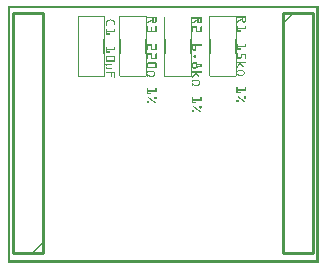
<source format=gto>
G04 MADE WITH FRITZING*
G04 WWW.FRITZING.ORG*
G04 DOUBLE SIDED*
G04 HOLES PLATED*
G04 CONTOUR ON CENTER OF CONTOUR VECTOR*
%ASAXBY*%
%FSLAX23Y23*%
%MOIN*%
%OFA0B0*%
%SFA1.0B1.0*%
%ADD10C,0.010000*%
%ADD11R,0.001000X0.001000*%
%LNSILK1*%
G90*
G70*
G54D10*
X118Y32D02*
X118Y832D01*
D02*
X118Y832D02*
X18Y832D01*
D02*
X18Y832D02*
X18Y32D01*
D02*
X18Y32D02*
X118Y32D01*
D02*
X918Y832D02*
X918Y32D01*
D02*
X918Y32D02*
X1018Y32D01*
D02*
X1018Y32D02*
X1018Y832D01*
D02*
X1018Y832D02*
X918Y832D01*
G54D11*
X0Y856D02*
X1036Y856D01*
X0Y855D02*
X1036Y855D01*
X0Y854D02*
X1036Y854D01*
X0Y853D02*
X1036Y853D01*
X0Y852D02*
X1036Y852D01*
X0Y851D02*
X1036Y851D01*
X0Y850D02*
X1036Y850D01*
X0Y849D02*
X1036Y849D01*
X0Y848D02*
X7Y848D01*
X1029Y848D02*
X1036Y848D01*
X0Y847D02*
X7Y847D01*
X1029Y847D02*
X1036Y847D01*
X0Y846D02*
X7Y846D01*
X1029Y846D02*
X1036Y846D01*
X0Y845D02*
X7Y845D01*
X1029Y845D02*
X1036Y845D01*
X0Y844D02*
X7Y844D01*
X1029Y844D02*
X1036Y844D01*
X0Y843D02*
X7Y843D01*
X1029Y843D02*
X1036Y843D01*
X0Y842D02*
X7Y842D01*
X1029Y842D02*
X1036Y842D01*
X0Y841D02*
X7Y841D01*
X1029Y841D02*
X1036Y841D01*
X0Y840D02*
X7Y840D01*
X1029Y840D02*
X1036Y840D01*
X0Y839D02*
X7Y839D01*
X1029Y839D02*
X1036Y839D01*
X0Y838D02*
X7Y838D01*
X1029Y838D02*
X1036Y838D01*
X0Y837D02*
X7Y837D01*
X1029Y837D02*
X1036Y837D01*
X0Y836D02*
X7Y836D01*
X1029Y836D02*
X1036Y836D01*
X0Y835D02*
X7Y835D01*
X1029Y835D02*
X1036Y835D01*
X0Y834D02*
X7Y834D01*
X949Y834D02*
X951Y834D01*
X1029Y834D02*
X1036Y834D01*
X0Y833D02*
X7Y833D01*
X948Y833D02*
X952Y833D01*
X1029Y833D02*
X1036Y833D01*
X0Y832D02*
X7Y832D01*
X947Y832D02*
X953Y832D01*
X1029Y832D02*
X1036Y832D01*
X0Y831D02*
X7Y831D01*
X946Y831D02*
X953Y831D01*
X1029Y831D02*
X1036Y831D01*
X0Y830D02*
X7Y830D01*
X945Y830D02*
X952Y830D01*
X1029Y830D02*
X1036Y830D01*
X0Y829D02*
X7Y829D01*
X944Y829D02*
X951Y829D01*
X1029Y829D02*
X1036Y829D01*
X0Y828D02*
X7Y828D01*
X943Y828D02*
X950Y828D01*
X1029Y828D02*
X1036Y828D01*
X0Y827D02*
X7Y827D01*
X942Y827D02*
X949Y827D01*
X1029Y827D02*
X1036Y827D01*
X0Y826D02*
X7Y826D01*
X941Y826D02*
X948Y826D01*
X1029Y826D02*
X1036Y826D01*
X0Y825D02*
X7Y825D01*
X940Y825D02*
X947Y825D01*
X1029Y825D02*
X1036Y825D01*
X0Y824D02*
X7Y824D01*
X939Y824D02*
X946Y824D01*
X1029Y824D02*
X1036Y824D01*
X0Y823D02*
X7Y823D01*
X938Y823D02*
X945Y823D01*
X1029Y823D02*
X1036Y823D01*
X0Y822D02*
X7Y822D01*
X233Y822D02*
X322Y822D01*
X372Y822D02*
X462Y822D01*
X672Y822D02*
X762Y822D01*
X764Y822D02*
X793Y822D01*
X937Y822D02*
X944Y822D01*
X1029Y822D02*
X1036Y822D01*
X0Y821D02*
X7Y821D01*
X233Y821D02*
X322Y821D01*
X372Y821D02*
X462Y821D01*
X522Y821D02*
X612Y821D01*
X672Y821D02*
X794Y821D01*
X936Y821D02*
X943Y821D01*
X1029Y821D02*
X1036Y821D01*
X0Y820D02*
X7Y820D01*
X233Y820D02*
X322Y820D01*
X372Y820D02*
X462Y820D01*
X522Y820D02*
X612Y820D01*
X672Y820D02*
X794Y820D01*
X935Y820D02*
X942Y820D01*
X1029Y820D02*
X1036Y820D01*
X0Y819D02*
X7Y819D01*
X233Y819D02*
X235Y819D01*
X320Y819D02*
X322Y819D01*
X372Y819D02*
X374Y819D01*
X460Y819D02*
X462Y819D01*
X465Y819D02*
X495Y819D01*
X522Y819D02*
X612Y819D01*
X616Y819D02*
X645Y819D01*
X672Y819D02*
X674Y819D01*
X760Y819D02*
X794Y819D01*
X934Y819D02*
X941Y819D01*
X1029Y819D02*
X1036Y819D01*
X0Y818D02*
X7Y818D01*
X233Y818D02*
X235Y818D01*
X320Y818D02*
X322Y818D01*
X372Y818D02*
X374Y818D01*
X460Y818D02*
X462Y818D01*
X464Y818D02*
X495Y818D01*
X522Y818D02*
X524Y818D01*
X610Y818D02*
X612Y818D01*
X614Y818D02*
X645Y818D01*
X672Y818D02*
X674Y818D01*
X760Y818D02*
X762Y818D01*
X764Y818D02*
X794Y818D01*
X933Y818D02*
X939Y818D01*
X1029Y818D02*
X1036Y818D01*
X0Y817D02*
X7Y817D01*
X233Y817D02*
X235Y817D01*
X320Y817D02*
X322Y817D01*
X372Y817D02*
X374Y817D01*
X460Y817D02*
X462Y817D01*
X464Y817D02*
X495Y817D01*
X522Y817D02*
X524Y817D01*
X610Y817D02*
X612Y817D01*
X614Y817D02*
X645Y817D01*
X672Y817D02*
X674Y817D01*
X760Y817D02*
X762Y817D01*
X780Y817D02*
X783Y817D01*
X790Y817D02*
X794Y817D01*
X932Y817D02*
X938Y817D01*
X1029Y817D02*
X1036Y817D01*
X0Y816D02*
X7Y816D01*
X233Y816D02*
X235Y816D01*
X320Y816D02*
X322Y816D01*
X372Y816D02*
X374Y816D01*
X460Y816D02*
X462Y816D01*
X464Y816D02*
X495Y816D01*
X522Y816D02*
X524Y816D01*
X610Y816D02*
X612Y816D01*
X614Y816D02*
X645Y816D01*
X672Y816D02*
X674Y816D01*
X760Y816D02*
X762Y816D01*
X780Y816D02*
X783Y816D01*
X790Y816D02*
X794Y816D01*
X931Y816D02*
X937Y816D01*
X1029Y816D02*
X1036Y816D01*
X0Y815D02*
X7Y815D01*
X233Y815D02*
X235Y815D01*
X320Y815D02*
X322Y815D01*
X372Y815D02*
X374Y815D01*
X460Y815D02*
X462Y815D01*
X481Y815D02*
X485Y815D01*
X492Y815D02*
X495Y815D01*
X522Y815D02*
X524Y815D01*
X610Y815D02*
X612Y815D01*
X615Y815D02*
X645Y815D01*
X672Y815D02*
X674Y815D01*
X760Y815D02*
X762Y815D01*
X780Y815D02*
X783Y815D01*
X790Y815D02*
X794Y815D01*
X930Y815D02*
X936Y815D01*
X1029Y815D02*
X1036Y815D01*
X0Y814D02*
X7Y814D01*
X233Y814D02*
X235Y814D01*
X320Y814D02*
X322Y814D01*
X372Y814D02*
X374Y814D01*
X460Y814D02*
X462Y814D01*
X482Y814D02*
X485Y814D01*
X492Y814D02*
X495Y814D01*
X522Y814D02*
X524Y814D01*
X610Y814D02*
X612Y814D01*
X632Y814D02*
X635Y814D01*
X642Y814D02*
X645Y814D01*
X672Y814D02*
X674Y814D01*
X760Y814D02*
X762Y814D01*
X778Y814D02*
X783Y814D01*
X790Y814D02*
X794Y814D01*
X929Y814D02*
X935Y814D01*
X1029Y814D02*
X1036Y814D01*
X0Y813D02*
X7Y813D01*
X233Y813D02*
X235Y813D01*
X320Y813D02*
X322Y813D01*
X372Y813D02*
X374Y813D01*
X460Y813D02*
X462Y813D01*
X482Y813D02*
X485Y813D01*
X492Y813D02*
X495Y813D01*
X522Y813D02*
X524Y813D01*
X610Y813D02*
X612Y813D01*
X632Y813D02*
X635Y813D01*
X642Y813D02*
X645Y813D01*
X672Y813D02*
X674Y813D01*
X760Y813D02*
X762Y813D01*
X776Y813D02*
X783Y813D01*
X790Y813D02*
X794Y813D01*
X928Y813D02*
X934Y813D01*
X1029Y813D02*
X1036Y813D01*
X0Y812D02*
X7Y812D01*
X233Y812D02*
X235Y812D01*
X320Y812D02*
X322Y812D01*
X340Y812D02*
X344Y812D01*
X372Y812D02*
X374Y812D01*
X460Y812D02*
X462Y812D01*
X481Y812D02*
X485Y812D01*
X492Y812D02*
X495Y812D01*
X522Y812D02*
X524Y812D01*
X610Y812D02*
X612Y812D01*
X631Y812D02*
X635Y812D01*
X642Y812D02*
X645Y812D01*
X672Y812D02*
X674Y812D01*
X760Y812D02*
X762Y812D01*
X775Y812D02*
X783Y812D01*
X790Y812D02*
X794Y812D01*
X927Y812D02*
X933Y812D01*
X1029Y812D02*
X1036Y812D01*
X0Y811D02*
X7Y811D01*
X233Y811D02*
X235Y811D01*
X320Y811D02*
X322Y811D01*
X338Y811D02*
X347Y811D01*
X372Y811D02*
X374Y811D01*
X460Y811D02*
X462Y811D01*
X479Y811D02*
X485Y811D01*
X492Y811D02*
X495Y811D01*
X522Y811D02*
X524Y811D01*
X610Y811D02*
X612Y811D01*
X630Y811D02*
X635Y811D01*
X642Y811D02*
X645Y811D01*
X672Y811D02*
X674Y811D01*
X760Y811D02*
X762Y811D01*
X773Y811D02*
X783Y811D01*
X790Y811D02*
X794Y811D01*
X926Y811D02*
X932Y811D01*
X1029Y811D02*
X1036Y811D01*
X0Y810D02*
X7Y810D01*
X233Y810D02*
X235Y810D01*
X320Y810D02*
X322Y810D01*
X336Y810D02*
X349Y810D01*
X372Y810D02*
X374Y810D01*
X460Y810D02*
X462Y810D01*
X478Y810D02*
X485Y810D01*
X492Y810D02*
X495Y810D01*
X522Y810D02*
X524Y810D01*
X610Y810D02*
X612Y810D01*
X628Y810D02*
X635Y810D01*
X642Y810D02*
X645Y810D01*
X672Y810D02*
X674Y810D01*
X760Y810D02*
X762Y810D01*
X771Y810D02*
X783Y810D01*
X790Y810D02*
X794Y810D01*
X925Y810D02*
X931Y810D01*
X1029Y810D02*
X1036Y810D01*
X0Y809D02*
X7Y809D01*
X233Y809D02*
X235Y809D01*
X320Y809D02*
X322Y809D01*
X334Y809D02*
X351Y809D01*
X372Y809D02*
X374Y809D01*
X460Y809D02*
X462Y809D01*
X476Y809D02*
X485Y809D01*
X492Y809D02*
X495Y809D01*
X522Y809D02*
X524Y809D01*
X610Y809D02*
X612Y809D01*
X626Y809D02*
X635Y809D01*
X642Y809D02*
X645Y809D01*
X672Y809D02*
X674Y809D01*
X760Y809D02*
X762Y809D01*
X769Y809D02*
X777Y809D01*
X780Y809D02*
X783Y809D01*
X790Y809D02*
X794Y809D01*
X924Y809D02*
X931Y809D01*
X1029Y809D02*
X1036Y809D01*
X0Y808D02*
X7Y808D01*
X233Y808D02*
X235Y808D01*
X320Y808D02*
X322Y808D01*
X332Y808D02*
X341Y808D01*
X344Y808D02*
X353Y808D01*
X372Y808D02*
X374Y808D01*
X460Y808D02*
X462Y808D01*
X474Y808D02*
X485Y808D01*
X492Y808D02*
X495Y808D01*
X522Y808D02*
X524Y808D01*
X610Y808D02*
X612Y808D01*
X625Y808D02*
X635Y808D01*
X642Y808D02*
X645Y808D01*
X672Y808D02*
X674Y808D01*
X760Y808D02*
X762Y808D01*
X768Y808D02*
X775Y808D01*
X780Y808D02*
X783Y808D01*
X790Y808D02*
X794Y808D01*
X923Y808D02*
X930Y808D01*
X1029Y808D02*
X1036Y808D01*
X0Y807D02*
X7Y807D01*
X233Y807D02*
X235Y807D01*
X320Y807D02*
X322Y807D01*
X330Y807D02*
X338Y807D01*
X346Y807D02*
X355Y807D01*
X372Y807D02*
X374Y807D01*
X460Y807D02*
X462Y807D01*
X472Y807D02*
X485Y807D01*
X492Y807D02*
X495Y807D01*
X522Y807D02*
X524Y807D01*
X610Y807D02*
X612Y807D01*
X623Y807D02*
X635Y807D01*
X642Y807D02*
X645Y807D01*
X672Y807D02*
X674Y807D01*
X760Y807D02*
X762Y807D01*
X766Y807D02*
X773Y807D01*
X780Y807D02*
X783Y807D01*
X790Y807D02*
X793Y807D01*
X922Y807D02*
X929Y807D01*
X1029Y807D02*
X1036Y807D01*
X0Y806D02*
X7Y806D01*
X233Y806D02*
X235Y806D01*
X320Y806D02*
X322Y806D01*
X329Y806D02*
X336Y806D01*
X348Y806D02*
X356Y806D01*
X372Y806D02*
X374Y806D01*
X460Y806D02*
X462Y806D01*
X471Y806D02*
X478Y806D01*
X482Y806D02*
X485Y806D01*
X492Y806D02*
X495Y806D01*
X522Y806D02*
X524Y806D01*
X610Y806D02*
X612Y806D01*
X621Y806D02*
X629Y806D01*
X632Y806D02*
X635Y806D01*
X642Y806D02*
X645Y806D01*
X672Y806D02*
X674Y806D01*
X760Y806D02*
X762Y806D01*
X764Y806D02*
X772Y806D01*
X780Y806D02*
X784Y806D01*
X789Y806D02*
X793Y806D01*
X921Y806D02*
X928Y806D01*
X1029Y806D02*
X1036Y806D01*
X0Y805D02*
X7Y805D01*
X233Y805D02*
X235Y805D01*
X320Y805D02*
X322Y805D01*
X328Y805D02*
X334Y805D01*
X350Y805D02*
X357Y805D01*
X372Y805D02*
X374Y805D01*
X460Y805D02*
X462Y805D01*
X469Y805D02*
X476Y805D01*
X482Y805D02*
X485Y805D01*
X492Y805D02*
X495Y805D01*
X522Y805D02*
X524Y805D01*
X610Y805D02*
X612Y805D01*
X620Y805D02*
X627Y805D01*
X632Y805D02*
X635Y805D01*
X642Y805D02*
X645Y805D01*
X672Y805D02*
X674Y805D01*
X760Y805D02*
X770Y805D01*
X780Y805D02*
X793Y805D01*
X920Y805D02*
X927Y805D01*
X1029Y805D02*
X1036Y805D01*
X0Y804D02*
X7Y804D01*
X233Y804D02*
X235Y804D01*
X320Y804D02*
X322Y804D01*
X327Y804D02*
X332Y804D01*
X352Y804D02*
X357Y804D01*
X372Y804D02*
X374Y804D01*
X460Y804D02*
X462Y804D01*
X467Y804D02*
X475Y804D01*
X482Y804D02*
X485Y804D01*
X492Y804D02*
X495Y804D01*
X522Y804D02*
X524Y804D01*
X610Y804D02*
X612Y804D01*
X618Y804D02*
X625Y804D01*
X632Y804D02*
X635Y804D01*
X642Y804D02*
X645Y804D01*
X672Y804D02*
X674Y804D01*
X760Y804D02*
X768Y804D01*
X781Y804D02*
X792Y804D01*
X919Y804D02*
X926Y804D01*
X1029Y804D02*
X1036Y804D01*
X0Y803D02*
X7Y803D01*
X233Y803D02*
X235Y803D01*
X320Y803D02*
X322Y803D01*
X327Y803D02*
X331Y803D01*
X354Y803D02*
X358Y803D01*
X372Y803D02*
X374Y803D01*
X460Y803D02*
X462Y803D01*
X466Y803D02*
X473Y803D01*
X482Y803D02*
X486Y803D01*
X491Y803D02*
X495Y803D01*
X522Y803D02*
X524Y803D01*
X610Y803D02*
X612Y803D01*
X616Y803D02*
X624Y803D01*
X632Y803D02*
X636Y803D01*
X641Y803D02*
X645Y803D01*
X672Y803D02*
X674Y803D01*
X760Y803D02*
X767Y803D01*
X782Y803D02*
X791Y803D01*
X918Y803D02*
X925Y803D01*
X1029Y803D02*
X1036Y803D01*
X0Y802D02*
X7Y802D01*
X233Y802D02*
X235Y802D01*
X320Y802D02*
X322Y802D01*
X327Y802D02*
X330Y802D01*
X355Y802D02*
X358Y802D01*
X372Y802D02*
X374Y802D01*
X460Y802D02*
X462Y802D01*
X464Y802D02*
X471Y802D01*
X482Y802D02*
X494Y802D01*
X522Y802D02*
X524Y802D01*
X610Y802D02*
X612Y802D01*
X615Y802D02*
X622Y802D01*
X632Y802D02*
X645Y802D01*
X672Y802D02*
X674Y802D01*
X760Y802D02*
X765Y802D01*
X783Y802D02*
X790Y802D01*
X917Y802D02*
X924Y802D01*
X1029Y802D02*
X1036Y802D01*
X0Y801D02*
X7Y801D01*
X233Y801D02*
X235Y801D01*
X320Y801D02*
X322Y801D01*
X327Y801D02*
X330Y801D01*
X355Y801D02*
X358Y801D01*
X372Y801D02*
X374Y801D01*
X460Y801D02*
X462Y801D01*
X464Y801D02*
X470Y801D01*
X483Y801D02*
X494Y801D01*
X522Y801D02*
X524Y801D01*
X610Y801D02*
X612Y801D01*
X614Y801D02*
X620Y801D01*
X633Y801D02*
X644Y801D01*
X672Y801D02*
X674Y801D01*
X760Y801D02*
X762Y801D01*
X916Y801D02*
X923Y801D01*
X1029Y801D02*
X1036Y801D01*
X0Y800D02*
X7Y800D01*
X233Y800D02*
X235Y800D01*
X320Y800D02*
X322Y800D01*
X327Y800D02*
X330Y800D01*
X355Y800D02*
X358Y800D01*
X372Y800D02*
X374Y800D01*
X460Y800D02*
X462Y800D01*
X464Y800D02*
X468Y800D01*
X484Y800D02*
X493Y800D01*
X522Y800D02*
X524Y800D01*
X610Y800D02*
X612Y800D01*
X614Y800D02*
X618Y800D01*
X634Y800D02*
X643Y800D01*
X672Y800D02*
X674Y800D01*
X760Y800D02*
X762Y800D01*
X916Y800D02*
X922Y800D01*
X1029Y800D02*
X1036Y800D01*
X0Y799D02*
X7Y799D01*
X233Y799D02*
X235Y799D01*
X320Y799D02*
X322Y799D01*
X327Y799D02*
X330Y799D01*
X355Y799D02*
X358Y799D01*
X372Y799D02*
X374Y799D01*
X460Y799D02*
X462Y799D01*
X465Y799D02*
X466Y799D01*
X486Y799D02*
X491Y799D01*
X522Y799D02*
X524Y799D01*
X610Y799D02*
X612Y799D01*
X615Y799D02*
X617Y799D01*
X635Y799D02*
X642Y799D01*
X672Y799D02*
X674Y799D01*
X760Y799D02*
X762Y799D01*
X917Y799D02*
X921Y799D01*
X1029Y799D02*
X1036Y799D01*
X0Y798D02*
X7Y798D01*
X233Y798D02*
X235Y798D01*
X320Y798D02*
X322Y798D01*
X327Y798D02*
X330Y798D01*
X355Y798D02*
X358Y798D01*
X372Y798D02*
X374Y798D01*
X460Y798D02*
X462Y798D01*
X522Y798D02*
X524Y798D01*
X610Y798D02*
X612Y798D01*
X672Y798D02*
X674Y798D01*
X760Y798D02*
X762Y798D01*
X918Y798D02*
X920Y798D01*
X1029Y798D02*
X1036Y798D01*
X0Y797D02*
X7Y797D01*
X233Y797D02*
X235Y797D01*
X320Y797D02*
X322Y797D01*
X327Y797D02*
X330Y797D01*
X355Y797D02*
X358Y797D01*
X372Y797D02*
X374Y797D01*
X460Y797D02*
X462Y797D01*
X522Y797D02*
X524Y797D01*
X610Y797D02*
X612Y797D01*
X672Y797D02*
X674Y797D01*
X760Y797D02*
X762Y797D01*
X919Y797D02*
X919Y797D01*
X1029Y797D02*
X1036Y797D01*
X0Y796D02*
X7Y796D01*
X233Y796D02*
X235Y796D01*
X320Y796D02*
X322Y796D01*
X327Y796D02*
X330Y796D01*
X355Y796D02*
X358Y796D01*
X372Y796D02*
X374Y796D01*
X460Y796D02*
X462Y796D01*
X522Y796D02*
X524Y796D01*
X610Y796D02*
X612Y796D01*
X672Y796D02*
X674Y796D01*
X760Y796D02*
X762Y796D01*
X1029Y796D02*
X1036Y796D01*
X0Y795D02*
X7Y795D01*
X233Y795D02*
X235Y795D01*
X320Y795D02*
X322Y795D01*
X327Y795D02*
X330Y795D01*
X355Y795D02*
X358Y795D01*
X372Y795D02*
X374Y795D01*
X460Y795D02*
X462Y795D01*
X522Y795D02*
X524Y795D01*
X610Y795D02*
X612Y795D01*
X672Y795D02*
X674Y795D01*
X760Y795D02*
X762Y795D01*
X1029Y795D02*
X1036Y795D01*
X0Y794D02*
X7Y794D01*
X233Y794D02*
X235Y794D01*
X320Y794D02*
X322Y794D01*
X327Y794D02*
X330Y794D01*
X355Y794D02*
X358Y794D01*
X372Y794D02*
X374Y794D01*
X460Y794D02*
X462Y794D01*
X522Y794D02*
X524Y794D01*
X610Y794D02*
X612Y794D01*
X672Y794D02*
X674Y794D01*
X760Y794D02*
X762Y794D01*
X1029Y794D02*
X1036Y794D01*
X0Y793D02*
X7Y793D01*
X233Y793D02*
X235Y793D01*
X320Y793D02*
X322Y793D01*
X327Y793D02*
X330Y793D01*
X355Y793D02*
X358Y793D01*
X372Y793D02*
X374Y793D01*
X460Y793D02*
X462Y793D01*
X522Y793D02*
X524Y793D01*
X610Y793D02*
X612Y793D01*
X672Y793D02*
X674Y793D01*
X760Y793D02*
X762Y793D01*
X1029Y793D02*
X1036Y793D01*
X0Y792D02*
X7Y792D01*
X233Y792D02*
X235Y792D01*
X320Y792D02*
X322Y792D01*
X327Y792D02*
X329Y792D01*
X356Y792D02*
X357Y792D01*
X372Y792D02*
X374Y792D01*
X460Y792D02*
X462Y792D01*
X522Y792D02*
X524Y792D01*
X610Y792D02*
X612Y792D01*
X672Y792D02*
X674Y792D01*
X760Y792D02*
X762Y792D01*
X1029Y792D02*
X1036Y792D01*
X0Y791D02*
X7Y791D01*
X233Y791D02*
X235Y791D01*
X320Y791D02*
X322Y791D01*
X372Y791D02*
X374Y791D01*
X460Y791D02*
X462Y791D01*
X522Y791D02*
X524Y791D01*
X610Y791D02*
X612Y791D01*
X672Y791D02*
X674Y791D01*
X760Y791D02*
X765Y791D01*
X791Y791D02*
X793Y791D01*
X1029Y791D02*
X1036Y791D01*
X0Y790D02*
X7Y790D01*
X233Y790D02*
X235Y790D01*
X320Y790D02*
X322Y790D01*
X372Y790D02*
X374Y790D01*
X460Y790D02*
X462Y790D01*
X522Y790D02*
X524Y790D01*
X610Y790D02*
X612Y790D01*
X672Y790D02*
X674Y790D01*
X760Y790D02*
X765Y790D01*
X790Y790D02*
X793Y790D01*
X1029Y790D02*
X1036Y790D01*
X0Y789D02*
X7Y789D01*
X233Y789D02*
X235Y789D01*
X320Y789D02*
X322Y789D01*
X372Y789D02*
X374Y789D01*
X460Y789D02*
X462Y789D01*
X465Y789D02*
X466Y789D01*
X493Y789D02*
X494Y789D01*
X522Y789D02*
X524Y789D01*
X610Y789D02*
X612Y789D01*
X672Y789D02*
X674Y789D01*
X760Y789D02*
X765Y789D01*
X790Y789D02*
X794Y789D01*
X1029Y789D02*
X1036Y789D01*
X0Y788D02*
X7Y788D01*
X233Y788D02*
X235Y788D01*
X320Y788D02*
X322Y788D01*
X372Y788D02*
X374Y788D01*
X460Y788D02*
X462Y788D01*
X464Y788D02*
X467Y788D01*
X492Y788D02*
X495Y788D01*
X522Y788D02*
X524Y788D01*
X610Y788D02*
X612Y788D01*
X614Y788D02*
X630Y788D01*
X643Y788D02*
X645Y788D01*
X672Y788D02*
X674Y788D01*
X760Y788D02*
X765Y788D01*
X790Y788D02*
X794Y788D01*
X1029Y788D02*
X1036Y788D01*
X0Y787D02*
X7Y787D01*
X233Y787D02*
X235Y787D01*
X320Y787D02*
X322Y787D01*
X372Y787D02*
X374Y787D01*
X460Y787D02*
X462Y787D01*
X464Y787D02*
X467Y787D01*
X492Y787D02*
X495Y787D01*
X522Y787D02*
X524Y787D01*
X610Y787D02*
X612Y787D01*
X614Y787D02*
X630Y787D01*
X642Y787D02*
X645Y787D01*
X672Y787D02*
X674Y787D01*
X760Y787D02*
X765Y787D01*
X790Y787D02*
X794Y787D01*
X1029Y787D02*
X1036Y787D01*
X0Y786D02*
X7Y786D01*
X233Y786D02*
X235Y786D01*
X320Y786D02*
X322Y786D01*
X372Y786D02*
X374Y786D01*
X460Y786D02*
X462Y786D01*
X464Y786D02*
X467Y786D01*
X492Y786D02*
X495Y786D01*
X522Y786D02*
X524Y786D01*
X610Y786D02*
X612Y786D01*
X614Y786D02*
X631Y786D01*
X642Y786D02*
X645Y786D01*
X672Y786D02*
X674Y786D01*
X760Y786D02*
X765Y786D01*
X790Y786D02*
X794Y786D01*
X1029Y786D02*
X1036Y786D01*
X0Y785D02*
X7Y785D01*
X233Y785D02*
X235Y785D01*
X320Y785D02*
X322Y785D01*
X372Y785D02*
X374Y785D01*
X460Y785D02*
X462Y785D01*
X464Y785D02*
X467Y785D01*
X479Y785D02*
X480Y785D01*
X492Y785D02*
X495Y785D01*
X522Y785D02*
X524Y785D01*
X610Y785D02*
X612Y785D01*
X614Y785D02*
X631Y785D01*
X642Y785D02*
X645Y785D01*
X672Y785D02*
X674Y785D01*
X760Y785D02*
X765Y785D01*
X790Y785D02*
X794Y785D01*
X1029Y785D02*
X1036Y785D01*
X0Y784D02*
X7Y784D01*
X233Y784D02*
X235Y784D01*
X320Y784D02*
X322Y784D01*
X372Y784D02*
X374Y784D01*
X460Y784D02*
X462Y784D01*
X464Y784D02*
X467Y784D01*
X478Y784D02*
X481Y784D01*
X492Y784D02*
X495Y784D01*
X522Y784D02*
X524Y784D01*
X610Y784D02*
X612Y784D01*
X614Y784D02*
X617Y784D01*
X628Y784D02*
X631Y784D01*
X642Y784D02*
X645Y784D01*
X672Y784D02*
X674Y784D01*
X760Y784D02*
X765Y784D01*
X790Y784D02*
X794Y784D01*
X1029Y784D02*
X1036Y784D01*
X0Y783D02*
X7Y783D01*
X233Y783D02*
X235Y783D01*
X320Y783D02*
X322Y783D01*
X372Y783D02*
X374Y783D01*
X460Y783D02*
X462Y783D01*
X464Y783D02*
X467Y783D01*
X478Y783D02*
X481Y783D01*
X492Y783D02*
X495Y783D01*
X522Y783D02*
X524Y783D01*
X610Y783D02*
X612Y783D01*
X614Y783D02*
X617Y783D01*
X628Y783D02*
X631Y783D01*
X642Y783D02*
X645Y783D01*
X672Y783D02*
X674Y783D01*
X760Y783D02*
X794Y783D01*
X1029Y783D02*
X1036Y783D01*
X0Y782D02*
X7Y782D01*
X233Y782D02*
X235Y782D01*
X320Y782D02*
X322Y782D01*
X328Y782D02*
X328Y782D01*
X356Y782D02*
X357Y782D01*
X372Y782D02*
X374Y782D01*
X460Y782D02*
X462Y782D01*
X464Y782D02*
X467Y782D01*
X478Y782D02*
X481Y782D01*
X492Y782D02*
X495Y782D01*
X522Y782D02*
X524Y782D01*
X610Y782D02*
X612Y782D01*
X614Y782D02*
X617Y782D01*
X628Y782D02*
X631Y782D01*
X642Y782D02*
X645Y782D01*
X672Y782D02*
X674Y782D01*
X760Y782D02*
X794Y782D01*
X1029Y782D02*
X1036Y782D01*
X0Y781D02*
X7Y781D01*
X233Y781D02*
X235Y781D01*
X320Y781D02*
X322Y781D01*
X327Y781D02*
X330Y781D01*
X355Y781D02*
X358Y781D01*
X372Y781D02*
X374Y781D01*
X460Y781D02*
X462Y781D01*
X464Y781D02*
X467Y781D01*
X478Y781D02*
X481Y781D01*
X492Y781D02*
X495Y781D01*
X522Y781D02*
X524Y781D01*
X610Y781D02*
X612Y781D01*
X614Y781D02*
X617Y781D01*
X628Y781D02*
X631Y781D01*
X642Y781D02*
X645Y781D01*
X672Y781D02*
X674Y781D01*
X760Y781D02*
X794Y781D01*
X1029Y781D02*
X1036Y781D01*
X0Y780D02*
X7Y780D01*
X233Y780D02*
X235Y780D01*
X320Y780D02*
X322Y780D01*
X327Y780D02*
X330Y780D01*
X355Y780D02*
X358Y780D01*
X372Y780D02*
X374Y780D01*
X460Y780D02*
X462Y780D01*
X464Y780D02*
X467Y780D01*
X478Y780D02*
X481Y780D01*
X492Y780D02*
X495Y780D01*
X522Y780D02*
X524Y780D01*
X610Y780D02*
X612Y780D01*
X614Y780D02*
X617Y780D01*
X628Y780D02*
X631Y780D01*
X642Y780D02*
X645Y780D01*
X672Y780D02*
X674Y780D01*
X760Y780D02*
X794Y780D01*
X1029Y780D02*
X1036Y780D01*
X0Y779D02*
X7Y779D01*
X233Y779D02*
X235Y779D01*
X320Y779D02*
X322Y779D01*
X327Y779D02*
X330Y779D01*
X355Y779D02*
X358Y779D01*
X372Y779D02*
X374Y779D01*
X460Y779D02*
X462Y779D01*
X464Y779D02*
X467Y779D01*
X478Y779D02*
X481Y779D01*
X492Y779D02*
X495Y779D01*
X522Y779D02*
X524Y779D01*
X610Y779D02*
X612Y779D01*
X614Y779D02*
X617Y779D01*
X628Y779D02*
X631Y779D01*
X642Y779D02*
X645Y779D01*
X672Y779D02*
X674Y779D01*
X760Y779D02*
X765Y779D01*
X1029Y779D02*
X1036Y779D01*
X0Y778D02*
X7Y778D01*
X233Y778D02*
X235Y778D01*
X320Y778D02*
X322Y778D01*
X327Y778D02*
X330Y778D01*
X355Y778D02*
X358Y778D01*
X372Y778D02*
X374Y778D01*
X460Y778D02*
X462Y778D01*
X464Y778D02*
X467Y778D01*
X478Y778D02*
X481Y778D01*
X492Y778D02*
X495Y778D01*
X522Y778D02*
X524Y778D01*
X610Y778D02*
X612Y778D01*
X614Y778D02*
X617Y778D01*
X628Y778D02*
X631Y778D01*
X642Y778D02*
X645Y778D01*
X672Y778D02*
X674Y778D01*
X760Y778D02*
X765Y778D01*
X1029Y778D02*
X1036Y778D01*
X0Y777D02*
X7Y777D01*
X233Y777D02*
X235Y777D01*
X320Y777D02*
X322Y777D01*
X327Y777D02*
X330Y777D01*
X355Y777D02*
X358Y777D01*
X372Y777D02*
X374Y777D01*
X460Y777D02*
X462Y777D01*
X464Y777D02*
X467Y777D01*
X478Y777D02*
X481Y777D01*
X492Y777D02*
X495Y777D01*
X522Y777D02*
X524Y777D01*
X610Y777D02*
X612Y777D01*
X614Y777D02*
X617Y777D01*
X628Y777D02*
X631Y777D01*
X642Y777D02*
X645Y777D01*
X672Y777D02*
X674Y777D01*
X760Y777D02*
X765Y777D01*
X1029Y777D02*
X1036Y777D01*
X0Y776D02*
X7Y776D01*
X233Y776D02*
X235Y776D01*
X320Y776D02*
X322Y776D01*
X327Y776D02*
X330Y776D01*
X355Y776D02*
X358Y776D01*
X372Y776D02*
X374Y776D01*
X460Y776D02*
X462Y776D01*
X464Y776D02*
X467Y776D01*
X478Y776D02*
X481Y776D01*
X492Y776D02*
X495Y776D01*
X522Y776D02*
X524Y776D01*
X610Y776D02*
X612Y776D01*
X614Y776D02*
X617Y776D01*
X628Y776D02*
X631Y776D01*
X642Y776D02*
X645Y776D01*
X672Y776D02*
X674Y776D01*
X760Y776D02*
X765Y776D01*
X1029Y776D02*
X1036Y776D01*
X0Y775D02*
X7Y775D01*
X233Y775D02*
X235Y775D01*
X320Y775D02*
X322Y775D01*
X327Y775D02*
X330Y775D01*
X355Y775D02*
X358Y775D01*
X372Y775D02*
X374Y775D01*
X460Y775D02*
X462Y775D01*
X464Y775D02*
X467Y775D01*
X478Y775D02*
X481Y775D01*
X492Y775D02*
X495Y775D01*
X522Y775D02*
X524Y775D01*
X610Y775D02*
X612Y775D01*
X614Y775D02*
X617Y775D01*
X628Y775D02*
X631Y775D01*
X642Y775D02*
X645Y775D01*
X672Y775D02*
X674Y775D01*
X760Y775D02*
X775Y775D01*
X1029Y775D02*
X1036Y775D01*
X0Y774D02*
X7Y774D01*
X233Y774D02*
X235Y774D01*
X320Y774D02*
X322Y774D01*
X327Y774D02*
X330Y774D01*
X354Y774D02*
X358Y774D01*
X372Y774D02*
X374Y774D01*
X460Y774D02*
X462Y774D01*
X464Y774D02*
X467Y774D01*
X478Y774D02*
X482Y774D01*
X492Y774D02*
X495Y774D01*
X522Y774D02*
X524Y774D01*
X610Y774D02*
X612Y774D01*
X614Y774D02*
X617Y774D01*
X628Y774D02*
X631Y774D01*
X642Y774D02*
X645Y774D01*
X672Y774D02*
X674Y774D01*
X760Y774D02*
X776Y774D01*
X1029Y774D02*
X1036Y774D01*
X0Y773D02*
X7Y773D01*
X233Y773D02*
X235Y773D01*
X320Y773D02*
X322Y773D01*
X327Y773D02*
X358Y773D01*
X372Y773D02*
X374Y773D01*
X460Y773D02*
X462Y773D01*
X464Y773D02*
X467Y773D01*
X477Y773D02*
X483Y773D01*
X492Y773D02*
X495Y773D01*
X522Y773D02*
X524Y773D01*
X610Y773D02*
X612Y773D01*
X614Y773D02*
X617Y773D01*
X628Y773D02*
X631Y773D01*
X642Y773D02*
X645Y773D01*
X672Y773D02*
X674Y773D01*
X760Y773D02*
X776Y773D01*
X1029Y773D02*
X1036Y773D01*
X0Y772D02*
X7Y772D01*
X233Y772D02*
X235Y772D01*
X320Y772D02*
X322Y772D01*
X327Y772D02*
X358Y772D01*
X372Y772D02*
X374Y772D01*
X460Y772D02*
X462Y772D01*
X464Y772D02*
X495Y772D01*
X522Y772D02*
X524Y772D01*
X610Y772D02*
X612Y772D01*
X614Y772D02*
X617Y772D01*
X628Y772D02*
X645Y772D01*
X672Y772D02*
X674Y772D01*
X760Y772D02*
X775Y772D01*
X1029Y772D02*
X1036Y772D01*
X0Y771D02*
X7Y771D01*
X233Y771D02*
X235Y771D01*
X320Y771D02*
X322Y771D01*
X327Y771D02*
X358Y771D01*
X372Y771D02*
X374Y771D01*
X460Y771D02*
X462Y771D01*
X464Y771D02*
X495Y771D01*
X522Y771D02*
X524Y771D01*
X610Y771D02*
X612Y771D01*
X614Y771D02*
X617Y771D01*
X628Y771D02*
X645Y771D01*
X672Y771D02*
X674Y771D01*
X760Y771D02*
X762Y771D01*
X1029Y771D02*
X1036Y771D01*
X0Y770D02*
X7Y770D01*
X233Y770D02*
X235Y770D01*
X320Y770D02*
X322Y770D01*
X327Y770D02*
X358Y770D01*
X372Y770D02*
X374Y770D01*
X460Y770D02*
X462Y770D01*
X465Y770D02*
X494Y770D01*
X522Y770D02*
X524Y770D01*
X610Y770D02*
X612Y770D01*
X614Y770D02*
X617Y770D01*
X629Y770D02*
X645Y770D01*
X672Y770D02*
X674Y770D01*
X760Y770D02*
X762Y770D01*
X1029Y770D02*
X1036Y770D01*
X0Y769D02*
X7Y769D01*
X233Y769D02*
X235Y769D01*
X320Y769D02*
X322Y769D01*
X327Y769D02*
X330Y769D01*
X372Y769D02*
X374Y769D01*
X460Y769D02*
X462Y769D01*
X466Y769D02*
X477Y769D01*
X482Y769D02*
X493Y769D01*
X522Y769D02*
X524Y769D01*
X610Y769D02*
X612Y769D01*
X614Y769D02*
X617Y769D01*
X630Y769D02*
X643Y769D01*
X672Y769D02*
X674Y769D01*
X760Y769D02*
X762Y769D01*
X1029Y769D02*
X1036Y769D01*
X0Y768D02*
X7Y768D01*
X233Y768D02*
X235Y768D01*
X320Y768D02*
X322Y768D01*
X327Y768D02*
X330Y768D01*
X372Y768D02*
X374Y768D01*
X460Y768D02*
X462Y768D01*
X522Y768D02*
X524Y768D01*
X610Y768D02*
X612Y768D01*
X672Y768D02*
X674Y768D01*
X760Y768D02*
X762Y768D01*
X1029Y768D02*
X1036Y768D01*
X0Y767D02*
X7Y767D01*
X233Y767D02*
X235Y767D01*
X320Y767D02*
X322Y767D01*
X327Y767D02*
X330Y767D01*
X372Y767D02*
X374Y767D01*
X460Y767D02*
X462Y767D01*
X522Y767D02*
X524Y767D01*
X610Y767D02*
X612Y767D01*
X672Y767D02*
X674Y767D01*
X760Y767D02*
X762Y767D01*
X1029Y767D02*
X1036Y767D01*
X0Y766D02*
X7Y766D01*
X233Y766D02*
X235Y766D01*
X320Y766D02*
X322Y766D01*
X327Y766D02*
X330Y766D01*
X372Y766D02*
X374Y766D01*
X460Y766D02*
X462Y766D01*
X522Y766D02*
X524Y766D01*
X610Y766D02*
X612Y766D01*
X672Y766D02*
X674Y766D01*
X760Y766D02*
X762Y766D01*
X1029Y766D02*
X1036Y766D01*
X0Y765D02*
X7Y765D01*
X233Y765D02*
X235Y765D01*
X320Y765D02*
X322Y765D01*
X327Y765D02*
X340Y765D01*
X372Y765D02*
X374Y765D01*
X460Y765D02*
X462Y765D01*
X522Y765D02*
X524Y765D01*
X610Y765D02*
X612Y765D01*
X672Y765D02*
X674Y765D01*
X760Y765D02*
X762Y765D01*
X1029Y765D02*
X1036Y765D01*
X0Y764D02*
X7Y764D01*
X233Y764D02*
X235Y764D01*
X320Y764D02*
X322Y764D01*
X327Y764D02*
X340Y764D01*
X372Y764D02*
X374Y764D01*
X460Y764D02*
X462Y764D01*
X522Y764D02*
X524Y764D01*
X610Y764D02*
X612Y764D01*
X672Y764D02*
X674Y764D01*
X760Y764D02*
X762Y764D01*
X1029Y764D02*
X1036Y764D01*
X0Y763D02*
X7Y763D01*
X233Y763D02*
X235Y763D01*
X320Y763D02*
X322Y763D01*
X327Y763D02*
X340Y763D01*
X372Y763D02*
X374Y763D01*
X460Y763D02*
X462Y763D01*
X522Y763D02*
X524Y763D01*
X610Y763D02*
X612Y763D01*
X672Y763D02*
X674Y763D01*
X760Y763D02*
X762Y763D01*
X1029Y763D02*
X1036Y763D01*
X0Y762D02*
X7Y762D01*
X233Y762D02*
X235Y762D01*
X320Y762D02*
X322Y762D01*
X327Y762D02*
X340Y762D01*
X372Y762D02*
X374Y762D01*
X460Y762D02*
X462Y762D01*
X522Y762D02*
X524Y762D01*
X610Y762D02*
X612Y762D01*
X672Y762D02*
X674Y762D01*
X760Y762D02*
X762Y762D01*
X1029Y762D02*
X1036Y762D01*
X0Y761D02*
X7Y761D01*
X233Y761D02*
X235Y761D01*
X320Y761D02*
X322Y761D01*
X372Y761D02*
X374Y761D01*
X460Y761D02*
X462Y761D01*
X522Y761D02*
X524Y761D01*
X610Y761D02*
X612Y761D01*
X672Y761D02*
X674Y761D01*
X760Y761D02*
X762Y761D01*
X1029Y761D02*
X1036Y761D01*
X0Y760D02*
X7Y760D01*
X233Y760D02*
X235Y760D01*
X320Y760D02*
X322Y760D01*
X372Y760D02*
X374Y760D01*
X460Y760D02*
X462Y760D01*
X522Y760D02*
X524Y760D01*
X610Y760D02*
X612Y760D01*
X672Y760D02*
X674Y760D01*
X760Y760D02*
X762Y760D01*
X1029Y760D02*
X1036Y760D01*
X0Y759D02*
X7Y759D01*
X233Y759D02*
X235Y759D01*
X320Y759D02*
X322Y759D01*
X372Y759D02*
X374Y759D01*
X460Y759D02*
X462Y759D01*
X522Y759D02*
X524Y759D01*
X610Y759D02*
X612Y759D01*
X672Y759D02*
X674Y759D01*
X760Y759D02*
X762Y759D01*
X1029Y759D02*
X1036Y759D01*
X0Y758D02*
X7Y758D01*
X233Y758D02*
X235Y758D01*
X320Y758D02*
X322Y758D01*
X372Y758D02*
X374Y758D01*
X460Y758D02*
X462Y758D01*
X522Y758D02*
X524Y758D01*
X610Y758D02*
X612Y758D01*
X672Y758D02*
X674Y758D01*
X760Y758D02*
X762Y758D01*
X1029Y758D02*
X1036Y758D01*
X0Y757D02*
X7Y757D01*
X233Y757D02*
X235Y757D01*
X320Y757D02*
X322Y757D01*
X372Y757D02*
X374Y757D01*
X460Y757D02*
X462Y757D01*
X522Y757D02*
X524Y757D01*
X610Y757D02*
X612Y757D01*
X672Y757D02*
X674Y757D01*
X760Y757D02*
X762Y757D01*
X1029Y757D02*
X1036Y757D01*
X0Y756D02*
X7Y756D01*
X233Y756D02*
X235Y756D01*
X320Y756D02*
X322Y756D01*
X372Y756D02*
X374Y756D01*
X460Y756D02*
X462Y756D01*
X522Y756D02*
X524Y756D01*
X610Y756D02*
X612Y756D01*
X672Y756D02*
X674Y756D01*
X760Y756D02*
X762Y756D01*
X1029Y756D02*
X1036Y756D01*
X0Y755D02*
X7Y755D01*
X233Y755D02*
X235Y755D01*
X320Y755D02*
X322Y755D01*
X372Y755D02*
X374Y755D01*
X460Y755D02*
X462Y755D01*
X522Y755D02*
X524Y755D01*
X610Y755D02*
X612Y755D01*
X672Y755D02*
X674Y755D01*
X760Y755D02*
X762Y755D01*
X1029Y755D02*
X1036Y755D01*
X0Y754D02*
X7Y754D01*
X233Y754D02*
X235Y754D01*
X320Y754D02*
X322Y754D01*
X372Y754D02*
X374Y754D01*
X460Y754D02*
X462Y754D01*
X522Y754D02*
X524Y754D01*
X610Y754D02*
X612Y754D01*
X672Y754D02*
X674Y754D01*
X760Y754D02*
X762Y754D01*
X1029Y754D02*
X1036Y754D01*
X0Y753D02*
X7Y753D01*
X233Y753D02*
X235Y753D01*
X320Y753D02*
X322Y753D01*
X372Y753D02*
X374Y753D01*
X460Y753D02*
X462Y753D01*
X522Y753D02*
X524Y753D01*
X610Y753D02*
X612Y753D01*
X672Y753D02*
X674Y753D01*
X760Y753D02*
X762Y753D01*
X1029Y753D02*
X1036Y753D01*
X0Y752D02*
X7Y752D01*
X233Y752D02*
X235Y752D01*
X320Y752D02*
X322Y752D01*
X372Y752D02*
X374Y752D01*
X460Y752D02*
X462Y752D01*
X522Y752D02*
X524Y752D01*
X610Y752D02*
X612Y752D01*
X672Y752D02*
X674Y752D01*
X760Y752D02*
X762Y752D01*
X1029Y752D02*
X1036Y752D01*
X0Y751D02*
X7Y751D01*
X233Y751D02*
X235Y751D01*
X320Y751D02*
X322Y751D01*
X372Y751D02*
X374Y751D01*
X460Y751D02*
X462Y751D01*
X522Y751D02*
X524Y751D01*
X610Y751D02*
X612Y751D01*
X672Y751D02*
X674Y751D01*
X760Y751D02*
X762Y751D01*
X1029Y751D02*
X1036Y751D01*
X0Y750D02*
X7Y750D01*
X233Y750D02*
X235Y750D01*
X320Y750D02*
X322Y750D01*
X372Y750D02*
X374Y750D01*
X460Y750D02*
X462Y750D01*
X522Y750D02*
X524Y750D01*
X610Y750D02*
X612Y750D01*
X672Y750D02*
X674Y750D01*
X760Y750D02*
X762Y750D01*
X1029Y750D02*
X1036Y750D01*
X0Y749D02*
X7Y749D01*
X233Y749D02*
X235Y749D01*
X320Y749D02*
X322Y749D01*
X372Y749D02*
X374Y749D01*
X460Y749D02*
X462Y749D01*
X522Y749D02*
X524Y749D01*
X610Y749D02*
X612Y749D01*
X672Y749D02*
X674Y749D01*
X760Y749D02*
X762Y749D01*
X1029Y749D02*
X1036Y749D01*
X0Y748D02*
X7Y748D01*
X233Y748D02*
X235Y748D01*
X320Y748D02*
X322Y748D01*
X372Y748D02*
X374Y748D01*
X460Y748D02*
X462Y748D01*
X522Y748D02*
X524Y748D01*
X610Y748D02*
X612Y748D01*
X672Y748D02*
X674Y748D01*
X760Y748D02*
X762Y748D01*
X1029Y748D02*
X1036Y748D01*
X0Y747D02*
X7Y747D01*
X233Y747D02*
X235Y747D01*
X320Y747D02*
X322Y747D01*
X372Y747D02*
X374Y747D01*
X460Y747D02*
X462Y747D01*
X522Y747D02*
X524Y747D01*
X610Y747D02*
X612Y747D01*
X672Y747D02*
X674Y747D01*
X760Y747D02*
X762Y747D01*
X1029Y747D02*
X1036Y747D01*
X0Y746D02*
X7Y746D01*
X233Y746D02*
X236Y746D01*
X319Y746D02*
X322Y746D01*
X372Y746D02*
X375Y746D01*
X459Y746D02*
X462Y746D01*
X522Y746D02*
X525Y746D01*
X609Y746D02*
X612Y746D01*
X672Y746D02*
X675Y746D01*
X759Y746D02*
X762Y746D01*
X1029Y746D02*
X1036Y746D01*
X0Y745D02*
X7Y745D01*
X233Y745D02*
X236Y745D01*
X319Y745D02*
X322Y745D01*
X372Y745D02*
X375Y745D01*
X459Y745D02*
X462Y745D01*
X522Y745D02*
X525Y745D01*
X609Y745D02*
X612Y745D01*
X672Y745D02*
X675Y745D01*
X759Y745D02*
X762Y745D01*
X1029Y745D02*
X1036Y745D01*
X0Y744D02*
X7Y744D01*
X233Y744D02*
X236Y744D01*
X319Y744D02*
X322Y744D01*
X372Y744D02*
X375Y744D01*
X459Y744D02*
X462Y744D01*
X522Y744D02*
X525Y744D01*
X609Y744D02*
X612Y744D01*
X672Y744D02*
X675Y744D01*
X759Y744D02*
X762Y744D01*
X1029Y744D02*
X1036Y744D01*
X0Y743D02*
X7Y743D01*
X233Y743D02*
X236Y743D01*
X319Y743D02*
X322Y743D01*
X372Y743D02*
X375Y743D01*
X459Y743D02*
X462Y743D01*
X522Y743D02*
X525Y743D01*
X609Y743D02*
X612Y743D01*
X672Y743D02*
X675Y743D01*
X759Y743D02*
X762Y743D01*
X1029Y743D02*
X1036Y743D01*
X0Y742D02*
X7Y742D01*
X233Y742D02*
X236Y742D01*
X319Y742D02*
X322Y742D01*
X372Y742D02*
X375Y742D01*
X459Y742D02*
X462Y742D01*
X522Y742D02*
X525Y742D01*
X609Y742D02*
X612Y742D01*
X672Y742D02*
X675Y742D01*
X759Y742D02*
X762Y742D01*
X1029Y742D02*
X1036Y742D01*
X0Y741D02*
X7Y741D01*
X233Y741D02*
X236Y741D01*
X319Y741D02*
X322Y741D01*
X372Y741D02*
X375Y741D01*
X459Y741D02*
X462Y741D01*
X522Y741D02*
X525Y741D01*
X609Y741D02*
X612Y741D01*
X672Y741D02*
X675Y741D01*
X759Y741D02*
X762Y741D01*
X1029Y741D02*
X1036Y741D01*
X0Y740D02*
X7Y740D01*
X233Y740D02*
X236Y740D01*
X319Y740D02*
X322Y740D01*
X372Y740D02*
X375Y740D01*
X459Y740D02*
X462Y740D01*
X522Y740D02*
X525Y740D01*
X609Y740D02*
X612Y740D01*
X672Y740D02*
X675Y740D01*
X759Y740D02*
X762Y740D01*
X1029Y740D02*
X1036Y740D01*
X0Y739D02*
X7Y739D01*
X233Y739D02*
X236Y739D01*
X319Y739D02*
X322Y739D01*
X372Y739D02*
X375Y739D01*
X459Y739D02*
X462Y739D01*
X522Y739D02*
X525Y739D01*
X609Y739D02*
X612Y739D01*
X672Y739D02*
X675Y739D01*
X759Y739D02*
X762Y739D01*
X1029Y739D02*
X1036Y739D01*
X0Y738D02*
X7Y738D01*
X233Y738D02*
X236Y738D01*
X319Y738D02*
X322Y738D01*
X372Y738D02*
X375Y738D01*
X459Y738D02*
X462Y738D01*
X522Y738D02*
X525Y738D01*
X609Y738D02*
X612Y738D01*
X672Y738D02*
X675Y738D01*
X759Y738D02*
X762Y738D01*
X1029Y738D02*
X1036Y738D01*
X0Y737D02*
X7Y737D01*
X233Y737D02*
X236Y737D01*
X319Y737D02*
X322Y737D01*
X372Y737D02*
X375Y737D01*
X459Y737D02*
X462Y737D01*
X522Y737D02*
X525Y737D01*
X609Y737D02*
X612Y737D01*
X672Y737D02*
X675Y737D01*
X759Y737D02*
X762Y737D01*
X1029Y737D02*
X1036Y737D01*
X0Y736D02*
X7Y736D01*
X233Y736D02*
X236Y736D01*
X319Y736D02*
X322Y736D01*
X372Y736D02*
X375Y736D01*
X459Y736D02*
X462Y736D01*
X522Y736D02*
X525Y736D01*
X609Y736D02*
X612Y736D01*
X672Y736D02*
X675Y736D01*
X759Y736D02*
X762Y736D01*
X1029Y736D02*
X1036Y736D01*
X0Y735D02*
X7Y735D01*
X233Y735D02*
X236Y735D01*
X319Y735D02*
X322Y735D01*
X372Y735D02*
X375Y735D01*
X459Y735D02*
X462Y735D01*
X522Y735D02*
X525Y735D01*
X609Y735D02*
X612Y735D01*
X672Y735D02*
X675Y735D01*
X759Y735D02*
X762Y735D01*
X1029Y735D02*
X1036Y735D01*
X0Y734D02*
X7Y734D01*
X233Y734D02*
X236Y734D01*
X319Y734D02*
X322Y734D01*
X372Y734D02*
X375Y734D01*
X459Y734D02*
X462Y734D01*
X522Y734D02*
X525Y734D01*
X609Y734D02*
X612Y734D01*
X672Y734D02*
X675Y734D01*
X759Y734D02*
X762Y734D01*
X1029Y734D02*
X1036Y734D01*
X0Y733D02*
X7Y733D01*
X233Y733D02*
X236Y733D01*
X319Y733D02*
X322Y733D01*
X372Y733D02*
X375Y733D01*
X459Y733D02*
X462Y733D01*
X522Y733D02*
X525Y733D01*
X609Y733D02*
X612Y733D01*
X672Y733D02*
X675Y733D01*
X759Y733D02*
X762Y733D01*
X1029Y733D02*
X1036Y733D01*
X0Y732D02*
X7Y732D01*
X233Y732D02*
X236Y732D01*
X319Y732D02*
X322Y732D01*
X372Y732D02*
X375Y732D01*
X459Y732D02*
X462Y732D01*
X522Y732D02*
X525Y732D01*
X609Y732D02*
X612Y732D01*
X672Y732D02*
X675Y732D01*
X759Y732D02*
X762Y732D01*
X1029Y732D02*
X1036Y732D01*
X0Y731D02*
X7Y731D01*
X233Y731D02*
X236Y731D01*
X319Y731D02*
X322Y731D01*
X372Y731D02*
X375Y731D01*
X459Y731D02*
X462Y731D01*
X522Y731D02*
X525Y731D01*
X609Y731D02*
X612Y731D01*
X672Y731D02*
X675Y731D01*
X759Y731D02*
X765Y731D01*
X791Y731D02*
X793Y731D01*
X1029Y731D02*
X1036Y731D01*
X0Y730D02*
X7Y730D01*
X233Y730D02*
X236Y730D01*
X319Y730D02*
X322Y730D01*
X372Y730D02*
X375Y730D01*
X459Y730D02*
X462Y730D01*
X522Y730D02*
X525Y730D01*
X609Y730D02*
X612Y730D01*
X672Y730D02*
X675Y730D01*
X759Y730D02*
X765Y730D01*
X790Y730D02*
X793Y730D01*
X1029Y730D02*
X1036Y730D01*
X0Y729D02*
X7Y729D01*
X233Y729D02*
X236Y729D01*
X319Y729D02*
X322Y729D01*
X372Y729D02*
X375Y729D01*
X459Y729D02*
X462Y729D01*
X464Y729D02*
X478Y729D01*
X494Y729D02*
X494Y729D01*
X522Y729D02*
X525Y729D01*
X609Y729D02*
X612Y729D01*
X672Y729D02*
X675Y729D01*
X759Y729D02*
X765Y729D01*
X790Y729D02*
X794Y729D01*
X1029Y729D02*
X1036Y729D01*
X0Y728D02*
X7Y728D01*
X233Y728D02*
X236Y728D01*
X319Y728D02*
X322Y728D01*
X372Y728D02*
X375Y728D01*
X459Y728D02*
X462Y728D01*
X464Y728D02*
X480Y728D01*
X492Y728D02*
X495Y728D01*
X522Y728D02*
X525Y728D01*
X609Y728D02*
X612Y728D01*
X614Y728D02*
X645Y728D01*
X672Y728D02*
X675Y728D01*
X759Y728D02*
X765Y728D01*
X790Y728D02*
X794Y728D01*
X1029Y728D02*
X1036Y728D01*
X0Y727D02*
X7Y727D01*
X233Y727D02*
X236Y727D01*
X319Y727D02*
X322Y727D01*
X372Y727D02*
X375Y727D01*
X459Y727D02*
X462Y727D01*
X464Y727D02*
X481Y727D01*
X492Y727D02*
X495Y727D01*
X522Y727D02*
X525Y727D01*
X609Y727D02*
X612Y727D01*
X614Y727D02*
X645Y727D01*
X672Y727D02*
X675Y727D01*
X759Y727D02*
X765Y727D01*
X790Y727D02*
X794Y727D01*
X1029Y727D02*
X1036Y727D01*
X0Y726D02*
X7Y726D01*
X233Y726D02*
X236Y726D01*
X319Y726D02*
X322Y726D01*
X372Y726D02*
X375Y726D01*
X459Y726D02*
X462Y726D01*
X464Y726D02*
X481Y726D01*
X492Y726D02*
X495Y726D01*
X522Y726D02*
X525Y726D01*
X609Y726D02*
X612Y726D01*
X614Y726D02*
X645Y726D01*
X672Y726D02*
X675Y726D01*
X759Y726D02*
X765Y726D01*
X790Y726D02*
X794Y726D01*
X1029Y726D02*
X1036Y726D01*
X0Y725D02*
X7Y725D01*
X233Y725D02*
X236Y725D01*
X319Y725D02*
X322Y725D01*
X372Y725D02*
X375Y725D01*
X459Y725D02*
X462Y725D01*
X464Y725D02*
X481Y725D01*
X492Y725D02*
X495Y725D01*
X522Y725D02*
X525Y725D01*
X609Y725D02*
X612Y725D01*
X614Y725D02*
X645Y725D01*
X672Y725D02*
X675Y725D01*
X759Y725D02*
X765Y725D01*
X790Y725D02*
X794Y725D01*
X1029Y725D02*
X1036Y725D01*
X0Y724D02*
X7Y724D01*
X233Y724D02*
X236Y724D01*
X319Y724D02*
X322Y724D01*
X372Y724D02*
X375Y724D01*
X459Y724D02*
X462Y724D01*
X464Y724D02*
X467Y724D01*
X478Y724D02*
X481Y724D01*
X492Y724D02*
X495Y724D01*
X522Y724D02*
X525Y724D01*
X609Y724D02*
X612Y724D01*
X614Y724D02*
X617Y724D01*
X625Y724D02*
X628Y724D01*
X642Y724D02*
X645Y724D01*
X672Y724D02*
X675Y724D01*
X759Y724D02*
X765Y724D01*
X790Y724D02*
X794Y724D01*
X1029Y724D02*
X1036Y724D01*
X0Y723D02*
X7Y723D01*
X233Y723D02*
X236Y723D01*
X319Y723D02*
X322Y723D01*
X372Y723D02*
X375Y723D01*
X459Y723D02*
X462Y723D01*
X464Y723D02*
X467Y723D01*
X478Y723D02*
X481Y723D01*
X492Y723D02*
X495Y723D01*
X522Y723D02*
X525Y723D01*
X609Y723D02*
X612Y723D01*
X614Y723D02*
X617Y723D01*
X625Y723D02*
X628Y723D01*
X643Y723D02*
X645Y723D01*
X672Y723D02*
X675Y723D01*
X759Y723D02*
X794Y723D01*
X1029Y723D02*
X1036Y723D01*
X0Y722D02*
X7Y722D01*
X233Y722D02*
X236Y722D01*
X319Y722D02*
X322Y722D01*
X372Y722D02*
X375Y722D01*
X459Y722D02*
X462Y722D01*
X464Y722D02*
X467Y722D01*
X478Y722D02*
X481Y722D01*
X492Y722D02*
X495Y722D01*
X522Y722D02*
X525Y722D01*
X609Y722D02*
X612Y722D01*
X614Y722D02*
X617Y722D01*
X625Y722D02*
X628Y722D01*
X672Y722D02*
X675Y722D01*
X759Y722D02*
X794Y722D01*
X1029Y722D02*
X1036Y722D01*
X0Y721D02*
X7Y721D01*
X233Y721D02*
X236Y721D01*
X319Y721D02*
X322Y721D01*
X327Y721D02*
X329Y721D01*
X355Y721D02*
X358Y721D01*
X372Y721D02*
X375Y721D01*
X459Y721D02*
X462Y721D01*
X464Y721D02*
X467Y721D01*
X478Y721D02*
X481Y721D01*
X492Y721D02*
X495Y721D01*
X522Y721D02*
X525Y721D01*
X609Y721D02*
X612Y721D01*
X614Y721D02*
X617Y721D01*
X625Y721D02*
X628Y721D01*
X672Y721D02*
X675Y721D01*
X759Y721D02*
X794Y721D01*
X1029Y721D02*
X1036Y721D01*
X0Y720D02*
X7Y720D01*
X233Y720D02*
X236Y720D01*
X319Y720D02*
X322Y720D01*
X327Y720D02*
X330Y720D01*
X355Y720D02*
X358Y720D01*
X372Y720D02*
X375Y720D01*
X459Y720D02*
X462Y720D01*
X464Y720D02*
X467Y720D01*
X478Y720D02*
X481Y720D01*
X492Y720D02*
X495Y720D01*
X522Y720D02*
X525Y720D01*
X609Y720D02*
X612Y720D01*
X614Y720D02*
X617Y720D01*
X625Y720D02*
X628Y720D01*
X672Y720D02*
X675Y720D01*
X759Y720D02*
X794Y720D01*
X1029Y720D02*
X1036Y720D01*
X0Y719D02*
X7Y719D01*
X233Y719D02*
X236Y719D01*
X319Y719D02*
X322Y719D01*
X327Y719D02*
X330Y719D01*
X355Y719D02*
X358Y719D01*
X372Y719D02*
X375Y719D01*
X459Y719D02*
X462Y719D01*
X464Y719D02*
X467Y719D01*
X478Y719D02*
X481Y719D01*
X492Y719D02*
X495Y719D01*
X522Y719D02*
X525Y719D01*
X609Y719D02*
X612Y719D01*
X614Y719D02*
X617Y719D01*
X625Y719D02*
X628Y719D01*
X672Y719D02*
X675Y719D01*
X759Y719D02*
X765Y719D01*
X1029Y719D02*
X1036Y719D01*
X0Y718D02*
X7Y718D01*
X233Y718D02*
X236Y718D01*
X319Y718D02*
X322Y718D01*
X327Y718D02*
X330Y718D01*
X355Y718D02*
X358Y718D01*
X372Y718D02*
X375Y718D01*
X459Y718D02*
X462Y718D01*
X464Y718D02*
X467Y718D01*
X478Y718D02*
X481Y718D01*
X492Y718D02*
X495Y718D01*
X522Y718D02*
X525Y718D01*
X609Y718D02*
X612Y718D01*
X614Y718D02*
X617Y718D01*
X625Y718D02*
X628Y718D01*
X672Y718D02*
X675Y718D01*
X759Y718D02*
X765Y718D01*
X1029Y718D02*
X1036Y718D01*
X0Y717D02*
X7Y717D01*
X233Y717D02*
X236Y717D01*
X319Y717D02*
X322Y717D01*
X327Y717D02*
X330Y717D01*
X355Y717D02*
X358Y717D01*
X372Y717D02*
X375Y717D01*
X459Y717D02*
X462Y717D01*
X464Y717D02*
X467Y717D01*
X478Y717D02*
X481Y717D01*
X492Y717D02*
X495Y717D01*
X522Y717D02*
X525Y717D01*
X609Y717D02*
X612Y717D01*
X614Y717D02*
X617Y717D01*
X625Y717D02*
X628Y717D01*
X672Y717D02*
X675Y717D01*
X759Y717D02*
X765Y717D01*
X1029Y717D02*
X1036Y717D01*
X0Y716D02*
X7Y716D01*
X233Y716D02*
X236Y716D01*
X319Y716D02*
X322Y716D01*
X327Y716D02*
X330Y716D01*
X355Y716D02*
X358Y716D01*
X372Y716D02*
X375Y716D01*
X459Y716D02*
X462Y716D01*
X464Y716D02*
X467Y716D01*
X478Y716D02*
X481Y716D01*
X492Y716D02*
X495Y716D01*
X522Y716D02*
X525Y716D01*
X609Y716D02*
X612Y716D01*
X614Y716D02*
X617Y716D01*
X625Y716D02*
X628Y716D01*
X672Y716D02*
X675Y716D01*
X759Y716D02*
X765Y716D01*
X1029Y716D02*
X1036Y716D01*
X0Y715D02*
X7Y715D01*
X233Y715D02*
X236Y715D01*
X319Y715D02*
X322Y715D01*
X327Y715D02*
X330Y715D01*
X355Y715D02*
X358Y715D01*
X372Y715D02*
X375Y715D01*
X459Y715D02*
X462Y715D01*
X464Y715D02*
X467Y715D01*
X478Y715D02*
X481Y715D01*
X492Y715D02*
X495Y715D01*
X522Y715D02*
X525Y715D01*
X609Y715D02*
X612Y715D01*
X614Y715D02*
X617Y715D01*
X625Y715D02*
X628Y715D01*
X672Y715D02*
X675Y715D01*
X759Y715D02*
X775Y715D01*
X1029Y715D02*
X1036Y715D01*
X0Y714D02*
X7Y714D01*
X233Y714D02*
X236Y714D01*
X319Y714D02*
X322Y714D01*
X327Y714D02*
X330Y714D01*
X355Y714D02*
X358Y714D01*
X372Y714D02*
X375Y714D01*
X459Y714D02*
X462Y714D01*
X464Y714D02*
X467Y714D01*
X478Y714D02*
X481Y714D01*
X492Y714D02*
X495Y714D01*
X522Y714D02*
X525Y714D01*
X609Y714D02*
X612Y714D01*
X614Y714D02*
X617Y714D01*
X625Y714D02*
X628Y714D01*
X672Y714D02*
X675Y714D01*
X759Y714D02*
X776Y714D01*
X1029Y714D02*
X1036Y714D01*
X0Y713D02*
X7Y713D01*
X233Y713D02*
X236Y713D01*
X319Y713D02*
X322Y713D01*
X327Y713D02*
X358Y713D01*
X372Y713D02*
X375Y713D01*
X459Y713D02*
X462Y713D01*
X464Y713D02*
X467Y713D01*
X478Y713D02*
X481Y713D01*
X492Y713D02*
X495Y713D01*
X522Y713D02*
X525Y713D01*
X609Y713D02*
X612Y713D01*
X614Y713D02*
X617Y713D01*
X625Y713D02*
X628Y713D01*
X672Y713D02*
X675Y713D01*
X759Y713D02*
X776Y713D01*
X1029Y713D02*
X1036Y713D01*
X0Y712D02*
X7Y712D01*
X233Y712D02*
X236Y712D01*
X319Y712D02*
X322Y712D01*
X327Y712D02*
X358Y712D01*
X372Y712D02*
X375Y712D01*
X459Y712D02*
X462Y712D01*
X464Y712D02*
X467Y712D01*
X478Y712D02*
X495Y712D01*
X522Y712D02*
X525Y712D01*
X609Y712D02*
X612Y712D01*
X614Y712D02*
X628Y712D01*
X672Y712D02*
X675Y712D01*
X759Y712D02*
X775Y712D01*
X1029Y712D02*
X1036Y712D01*
X0Y711D02*
X7Y711D01*
X233Y711D02*
X236Y711D01*
X319Y711D02*
X322Y711D01*
X327Y711D02*
X358Y711D01*
X372Y711D02*
X375Y711D01*
X459Y711D02*
X462Y711D01*
X464Y711D02*
X467Y711D01*
X478Y711D02*
X495Y711D01*
X522Y711D02*
X525Y711D01*
X609Y711D02*
X612Y711D01*
X614Y711D02*
X628Y711D01*
X672Y711D02*
X675Y711D01*
X759Y711D02*
X762Y711D01*
X1029Y711D02*
X1036Y711D01*
X0Y710D02*
X7Y710D01*
X233Y710D02*
X236Y710D01*
X319Y710D02*
X322Y710D01*
X327Y710D02*
X358Y710D01*
X372Y710D02*
X375Y710D01*
X459Y710D02*
X462Y710D01*
X464Y710D02*
X467Y710D01*
X479Y710D02*
X494Y710D01*
X522Y710D02*
X525Y710D01*
X609Y710D02*
X612Y710D01*
X614Y710D02*
X628Y710D01*
X672Y710D02*
X675Y710D01*
X759Y710D02*
X762Y710D01*
X1029Y710D02*
X1036Y710D01*
X0Y709D02*
X7Y709D01*
X233Y709D02*
X236Y709D01*
X319Y709D02*
X322Y709D01*
X327Y709D02*
X330Y709D01*
X372Y709D02*
X375Y709D01*
X459Y709D02*
X462Y709D01*
X465Y709D02*
X466Y709D01*
X480Y709D02*
X493Y709D01*
X522Y709D02*
X525Y709D01*
X609Y709D02*
X612Y709D01*
X614Y709D02*
X627Y709D01*
X672Y709D02*
X675Y709D01*
X759Y709D02*
X762Y709D01*
X1029Y709D02*
X1036Y709D01*
X0Y708D02*
X7Y708D01*
X233Y708D02*
X236Y708D01*
X319Y708D02*
X322Y708D01*
X327Y708D02*
X330Y708D01*
X372Y708D02*
X375Y708D01*
X459Y708D02*
X462Y708D01*
X522Y708D02*
X525Y708D01*
X609Y708D02*
X612Y708D01*
X616Y708D02*
X625Y708D01*
X672Y708D02*
X675Y708D01*
X759Y708D02*
X762Y708D01*
X1029Y708D02*
X1036Y708D01*
X0Y707D02*
X7Y707D01*
X233Y707D02*
X236Y707D01*
X319Y707D02*
X322Y707D01*
X327Y707D02*
X330Y707D01*
X372Y707D02*
X375Y707D01*
X459Y707D02*
X462Y707D01*
X522Y707D02*
X525Y707D01*
X609Y707D02*
X612Y707D01*
X672Y707D02*
X675Y707D01*
X759Y707D02*
X762Y707D01*
X1029Y707D02*
X1036Y707D01*
X0Y706D02*
X7Y706D01*
X233Y706D02*
X236Y706D01*
X319Y706D02*
X322Y706D01*
X327Y706D02*
X330Y706D01*
X372Y706D02*
X375Y706D01*
X459Y706D02*
X462Y706D01*
X522Y706D02*
X525Y706D01*
X609Y706D02*
X612Y706D01*
X672Y706D02*
X675Y706D01*
X759Y706D02*
X762Y706D01*
X1029Y706D02*
X1036Y706D01*
X0Y705D02*
X7Y705D01*
X233Y705D02*
X236Y705D01*
X319Y705D02*
X322Y705D01*
X327Y705D02*
X340Y705D01*
X372Y705D02*
X375Y705D01*
X459Y705D02*
X462Y705D01*
X522Y705D02*
X525Y705D01*
X609Y705D02*
X612Y705D01*
X672Y705D02*
X675Y705D01*
X759Y705D02*
X762Y705D01*
X1029Y705D02*
X1036Y705D01*
X0Y704D02*
X7Y704D01*
X233Y704D02*
X236Y704D01*
X319Y704D02*
X322Y704D01*
X327Y704D02*
X340Y704D01*
X372Y704D02*
X375Y704D01*
X459Y704D02*
X462Y704D01*
X522Y704D02*
X525Y704D01*
X609Y704D02*
X612Y704D01*
X672Y704D02*
X675Y704D01*
X759Y704D02*
X762Y704D01*
X1029Y704D02*
X1036Y704D01*
X0Y703D02*
X7Y703D01*
X233Y703D02*
X236Y703D01*
X319Y703D02*
X322Y703D01*
X327Y703D02*
X340Y703D01*
X372Y703D02*
X375Y703D01*
X459Y703D02*
X462Y703D01*
X522Y703D02*
X525Y703D01*
X609Y703D02*
X612Y703D01*
X672Y703D02*
X675Y703D01*
X759Y703D02*
X762Y703D01*
X1029Y703D02*
X1036Y703D01*
X0Y702D02*
X7Y702D01*
X233Y702D02*
X236Y702D01*
X319Y702D02*
X322Y702D01*
X327Y702D02*
X340Y702D01*
X372Y702D02*
X375Y702D01*
X459Y702D02*
X462Y702D01*
X522Y702D02*
X525Y702D01*
X609Y702D02*
X612Y702D01*
X672Y702D02*
X675Y702D01*
X759Y702D02*
X762Y702D01*
X1029Y702D02*
X1036Y702D01*
X0Y701D02*
X7Y701D01*
X233Y701D02*
X236Y701D01*
X319Y701D02*
X322Y701D01*
X372Y701D02*
X375Y701D01*
X459Y701D02*
X462Y701D01*
X522Y701D02*
X525Y701D01*
X609Y701D02*
X612Y701D01*
X672Y701D02*
X675Y701D01*
X759Y701D02*
X762Y701D01*
X764Y701D02*
X766Y701D01*
X1029Y701D02*
X1036Y701D01*
X0Y700D02*
X7Y700D01*
X233Y700D02*
X236Y700D01*
X319Y700D02*
X322Y700D01*
X372Y700D02*
X375Y700D01*
X459Y700D02*
X462Y700D01*
X522Y700D02*
X525Y700D01*
X609Y700D02*
X612Y700D01*
X672Y700D02*
X675Y700D01*
X759Y700D02*
X762Y700D01*
X764Y700D02*
X767Y700D01*
X1029Y700D02*
X1036Y700D01*
X0Y699D02*
X7Y699D01*
X233Y699D02*
X236Y699D01*
X319Y699D02*
X322Y699D01*
X372Y699D02*
X375Y699D01*
X459Y699D02*
X462Y699D01*
X464Y699D02*
X477Y699D01*
X522Y699D02*
X525Y699D01*
X609Y699D02*
X612Y699D01*
X672Y699D02*
X675Y699D01*
X759Y699D02*
X767Y699D01*
X1029Y699D02*
X1036Y699D01*
X0Y698D02*
X7Y698D01*
X233Y698D02*
X236Y698D01*
X319Y698D02*
X322Y698D01*
X372Y698D02*
X375Y698D01*
X459Y698D02*
X462Y698D01*
X464Y698D02*
X480Y698D01*
X493Y698D02*
X495Y698D01*
X522Y698D02*
X525Y698D01*
X609Y698D02*
X612Y698D01*
X672Y698D02*
X675Y698D01*
X759Y698D02*
X767Y698D01*
X1029Y698D02*
X1036Y698D01*
X0Y697D02*
X7Y697D01*
X233Y697D02*
X235Y697D01*
X320Y697D02*
X322Y697D01*
X372Y697D02*
X374Y697D01*
X460Y697D02*
X462Y697D01*
X464Y697D02*
X480Y697D01*
X492Y697D02*
X495Y697D01*
X522Y697D02*
X525Y697D01*
X609Y697D02*
X612Y697D01*
X672Y697D02*
X674Y697D01*
X760Y697D02*
X766Y697D01*
X776Y697D02*
X794Y697D01*
X1029Y697D02*
X1036Y697D01*
X0Y696D02*
X7Y696D01*
X233Y696D02*
X235Y696D01*
X320Y696D02*
X322Y696D01*
X372Y696D02*
X374Y696D01*
X460Y696D02*
X462Y696D01*
X464Y696D02*
X481Y696D01*
X492Y696D02*
X495Y696D01*
X522Y696D02*
X524Y696D01*
X610Y696D02*
X612Y696D01*
X672Y696D02*
X674Y696D01*
X760Y696D02*
X766Y696D01*
X776Y696D02*
X794Y696D01*
X1029Y696D02*
X1036Y696D01*
X0Y695D02*
X7Y695D01*
X233Y695D02*
X235Y695D01*
X320Y695D02*
X322Y695D01*
X372Y695D02*
X374Y695D01*
X460Y695D02*
X462Y695D01*
X464Y695D02*
X481Y695D01*
X492Y695D02*
X495Y695D01*
X522Y695D02*
X524Y695D01*
X610Y695D02*
X612Y695D01*
X672Y695D02*
X674Y695D01*
X760Y695D02*
X765Y695D01*
X776Y695D02*
X794Y695D01*
X1029Y695D02*
X1036Y695D01*
X0Y694D02*
X7Y694D01*
X233Y694D02*
X235Y694D01*
X320Y694D02*
X322Y694D01*
X372Y694D02*
X374Y694D01*
X460Y694D02*
X462Y694D01*
X464Y694D02*
X467Y694D01*
X478Y694D02*
X481Y694D01*
X492Y694D02*
X495Y694D01*
X522Y694D02*
X524Y694D01*
X610Y694D02*
X612Y694D01*
X672Y694D02*
X674Y694D01*
X760Y694D02*
X765Y694D01*
X776Y694D02*
X794Y694D01*
X1029Y694D02*
X1036Y694D01*
X0Y693D02*
X7Y693D01*
X233Y693D02*
X235Y693D01*
X320Y693D02*
X322Y693D01*
X372Y693D02*
X374Y693D01*
X460Y693D02*
X462Y693D01*
X464Y693D02*
X467Y693D01*
X478Y693D02*
X481Y693D01*
X492Y693D02*
X495Y693D01*
X522Y693D02*
X524Y693D01*
X610Y693D02*
X612Y693D01*
X672Y693D02*
X674Y693D01*
X760Y693D02*
X765Y693D01*
X776Y693D02*
X780Y693D01*
X790Y693D02*
X794Y693D01*
X1029Y693D02*
X1036Y693D01*
X0Y692D02*
X7Y692D01*
X233Y692D02*
X235Y692D01*
X320Y692D02*
X322Y692D01*
X372Y692D02*
X374Y692D01*
X460Y692D02*
X462Y692D01*
X464Y692D02*
X467Y692D01*
X478Y692D02*
X481Y692D01*
X492Y692D02*
X495Y692D01*
X522Y692D02*
X524Y692D01*
X610Y692D02*
X612Y692D01*
X620Y692D02*
X625Y692D01*
X672Y692D02*
X674Y692D01*
X760Y692D02*
X765Y692D01*
X776Y692D02*
X779Y692D01*
X790Y692D02*
X794Y692D01*
X1029Y692D02*
X1036Y692D01*
X0Y691D02*
X7Y691D01*
X233Y691D02*
X235Y691D01*
X320Y691D02*
X322Y691D01*
X328Y691D02*
X356Y691D01*
X372Y691D02*
X374Y691D01*
X460Y691D02*
X462Y691D01*
X464Y691D02*
X467Y691D01*
X478Y691D02*
X481Y691D01*
X492Y691D02*
X495Y691D01*
X522Y691D02*
X524Y691D01*
X610Y691D02*
X612Y691D01*
X619Y691D02*
X626Y691D01*
X672Y691D02*
X674Y691D01*
X760Y691D02*
X765Y691D01*
X776Y691D02*
X779Y691D01*
X790Y691D02*
X794Y691D01*
X1029Y691D02*
X1036Y691D01*
X0Y690D02*
X7Y690D01*
X233Y690D02*
X235Y690D01*
X320Y690D02*
X322Y690D01*
X327Y690D02*
X357Y690D01*
X372Y690D02*
X374Y690D01*
X460Y690D02*
X462Y690D01*
X464Y690D02*
X467Y690D01*
X478Y690D02*
X481Y690D01*
X492Y690D02*
X495Y690D01*
X522Y690D02*
X524Y690D01*
X610Y690D02*
X612Y690D01*
X619Y690D02*
X626Y690D01*
X672Y690D02*
X674Y690D01*
X760Y690D02*
X765Y690D01*
X776Y690D02*
X779Y690D01*
X790Y690D02*
X794Y690D01*
X1029Y690D02*
X1036Y690D01*
X0Y689D02*
X7Y689D01*
X233Y689D02*
X235Y689D01*
X320Y689D02*
X322Y689D01*
X327Y689D02*
X358Y689D01*
X372Y689D02*
X374Y689D01*
X460Y689D02*
X462Y689D01*
X464Y689D02*
X467Y689D01*
X478Y689D02*
X481Y689D01*
X492Y689D02*
X495Y689D01*
X522Y689D02*
X524Y689D01*
X610Y689D02*
X612Y689D01*
X619Y689D02*
X626Y689D01*
X672Y689D02*
X674Y689D01*
X760Y689D02*
X765Y689D01*
X776Y689D02*
X779Y689D01*
X790Y689D02*
X794Y689D01*
X1029Y689D02*
X1036Y689D01*
X0Y688D02*
X7Y688D01*
X233Y688D02*
X235Y688D01*
X320Y688D02*
X322Y688D01*
X327Y688D02*
X358Y688D01*
X372Y688D02*
X374Y688D01*
X460Y688D02*
X462Y688D01*
X464Y688D02*
X467Y688D01*
X478Y688D02*
X481Y688D01*
X492Y688D02*
X495Y688D01*
X522Y688D02*
X524Y688D01*
X610Y688D02*
X612Y688D01*
X619Y688D02*
X626Y688D01*
X672Y688D02*
X674Y688D01*
X760Y688D02*
X765Y688D01*
X776Y688D02*
X779Y688D01*
X790Y688D02*
X794Y688D01*
X1029Y688D02*
X1036Y688D01*
X0Y687D02*
X7Y687D01*
X233Y687D02*
X235Y687D01*
X320Y687D02*
X322Y687D01*
X327Y687D02*
X330Y687D01*
X355Y687D02*
X358Y687D01*
X372Y687D02*
X374Y687D01*
X460Y687D02*
X462Y687D01*
X464Y687D02*
X467Y687D01*
X478Y687D02*
X481Y687D01*
X492Y687D02*
X495Y687D01*
X522Y687D02*
X524Y687D01*
X610Y687D02*
X612Y687D01*
X619Y687D02*
X626Y687D01*
X672Y687D02*
X674Y687D01*
X760Y687D02*
X765Y687D01*
X776Y687D02*
X779Y687D01*
X790Y687D02*
X794Y687D01*
X1029Y687D02*
X1036Y687D01*
X0Y686D02*
X7Y686D01*
X233Y686D02*
X235Y686D01*
X320Y686D02*
X322Y686D01*
X327Y686D02*
X330Y686D01*
X355Y686D02*
X358Y686D01*
X372Y686D02*
X374Y686D01*
X460Y686D02*
X462Y686D01*
X464Y686D02*
X467Y686D01*
X478Y686D02*
X481Y686D01*
X492Y686D02*
X495Y686D01*
X522Y686D02*
X524Y686D01*
X610Y686D02*
X612Y686D01*
X619Y686D02*
X626Y686D01*
X672Y686D02*
X674Y686D01*
X760Y686D02*
X765Y686D01*
X776Y686D02*
X779Y686D01*
X790Y686D02*
X794Y686D01*
X1029Y686D02*
X1036Y686D01*
X0Y685D02*
X7Y685D01*
X233Y685D02*
X235Y685D01*
X320Y685D02*
X322Y685D01*
X327Y685D02*
X330Y685D01*
X355Y685D02*
X358Y685D01*
X372Y685D02*
X374Y685D01*
X460Y685D02*
X462Y685D01*
X464Y685D02*
X467Y685D01*
X478Y685D02*
X481Y685D01*
X492Y685D02*
X495Y685D01*
X522Y685D02*
X524Y685D01*
X610Y685D02*
X612Y685D01*
X620Y685D02*
X626Y685D01*
X672Y685D02*
X674Y685D01*
X760Y685D02*
X779Y685D01*
X790Y685D02*
X794Y685D01*
X1029Y685D02*
X1036Y685D01*
X0Y684D02*
X7Y684D01*
X233Y684D02*
X235Y684D01*
X320Y684D02*
X322Y684D01*
X327Y684D02*
X330Y684D01*
X355Y684D02*
X358Y684D01*
X372Y684D02*
X374Y684D01*
X460Y684D02*
X462Y684D01*
X464Y684D02*
X467Y684D01*
X478Y684D02*
X481Y684D01*
X492Y684D02*
X495Y684D01*
X522Y684D02*
X524Y684D01*
X610Y684D02*
X612Y684D01*
X672Y684D02*
X674Y684D01*
X760Y684D02*
X779Y684D01*
X790Y684D02*
X794Y684D01*
X1029Y684D02*
X1036Y684D01*
X0Y683D02*
X7Y683D01*
X233Y683D02*
X235Y683D01*
X320Y683D02*
X322Y683D01*
X327Y683D02*
X330Y683D01*
X355Y683D02*
X358Y683D01*
X372Y683D02*
X374Y683D01*
X460Y683D02*
X462Y683D01*
X464Y683D02*
X467Y683D01*
X478Y683D02*
X481Y683D01*
X492Y683D02*
X495Y683D01*
X522Y683D02*
X524Y683D01*
X610Y683D02*
X612Y683D01*
X672Y683D02*
X674Y683D01*
X760Y683D02*
X779Y683D01*
X790Y683D02*
X794Y683D01*
X1029Y683D02*
X1036Y683D01*
X0Y682D02*
X7Y682D01*
X233Y682D02*
X235Y682D01*
X320Y682D02*
X322Y682D01*
X327Y682D02*
X330Y682D01*
X355Y682D02*
X358Y682D01*
X372Y682D02*
X374Y682D01*
X460Y682D02*
X462Y682D01*
X464Y682D02*
X467Y682D01*
X478Y682D02*
X495Y682D01*
X522Y682D02*
X524Y682D01*
X610Y682D02*
X612Y682D01*
X672Y682D02*
X674Y682D01*
X760Y682D02*
X762Y682D01*
X764Y682D02*
X778Y682D01*
X791Y682D02*
X793Y682D01*
X1029Y682D02*
X1036Y682D01*
X0Y681D02*
X7Y681D01*
X233Y681D02*
X235Y681D01*
X320Y681D02*
X322Y681D01*
X327Y681D02*
X330Y681D01*
X355Y681D02*
X358Y681D01*
X372Y681D02*
X374Y681D01*
X460Y681D02*
X462Y681D01*
X464Y681D02*
X467Y681D01*
X478Y681D02*
X495Y681D01*
X522Y681D02*
X524Y681D01*
X610Y681D02*
X612Y681D01*
X672Y681D02*
X674Y681D01*
X760Y681D02*
X762Y681D01*
X766Y681D02*
X776Y681D01*
X792Y681D02*
X792Y681D01*
X1029Y681D02*
X1036Y681D01*
X0Y680D02*
X7Y680D01*
X233Y680D02*
X235Y680D01*
X320Y680D02*
X322Y680D01*
X327Y680D02*
X330Y680D01*
X355Y680D02*
X358Y680D01*
X372Y680D02*
X374Y680D01*
X460Y680D02*
X462Y680D01*
X464Y680D02*
X467Y680D01*
X479Y680D02*
X494Y680D01*
X522Y680D02*
X524Y680D01*
X610Y680D02*
X612Y680D01*
X672Y680D02*
X674Y680D01*
X760Y680D02*
X762Y680D01*
X1029Y680D02*
X1036Y680D01*
X0Y679D02*
X7Y679D01*
X233Y679D02*
X235Y679D01*
X320Y679D02*
X322Y679D01*
X327Y679D02*
X330Y679D01*
X355Y679D02*
X358Y679D01*
X372Y679D02*
X374Y679D01*
X460Y679D02*
X462Y679D01*
X464Y679D02*
X466Y679D01*
X480Y679D02*
X493Y679D01*
X522Y679D02*
X524Y679D01*
X610Y679D02*
X612Y679D01*
X672Y679D02*
X674Y679D01*
X760Y679D02*
X762Y679D01*
X1029Y679D02*
X1036Y679D01*
X0Y678D02*
X7Y678D01*
X233Y678D02*
X235Y678D01*
X320Y678D02*
X322Y678D01*
X327Y678D02*
X330Y678D01*
X355Y678D02*
X358Y678D01*
X372Y678D02*
X374Y678D01*
X460Y678D02*
X462Y678D01*
X522Y678D02*
X524Y678D01*
X610Y678D02*
X612Y678D01*
X672Y678D02*
X674Y678D01*
X760Y678D02*
X762Y678D01*
X1029Y678D02*
X1036Y678D01*
X0Y677D02*
X7Y677D01*
X233Y677D02*
X235Y677D01*
X320Y677D02*
X322Y677D01*
X327Y677D02*
X330Y677D01*
X355Y677D02*
X358Y677D01*
X372Y677D02*
X374Y677D01*
X460Y677D02*
X462Y677D01*
X522Y677D02*
X524Y677D01*
X610Y677D02*
X612Y677D01*
X672Y677D02*
X674Y677D01*
X760Y677D02*
X762Y677D01*
X1029Y677D02*
X1036Y677D01*
X0Y676D02*
X7Y676D01*
X233Y676D02*
X235Y676D01*
X320Y676D02*
X322Y676D01*
X327Y676D02*
X330Y676D01*
X355Y676D02*
X358Y676D01*
X372Y676D02*
X374Y676D01*
X460Y676D02*
X462Y676D01*
X522Y676D02*
X524Y676D01*
X610Y676D02*
X612Y676D01*
X672Y676D02*
X674Y676D01*
X760Y676D02*
X762Y676D01*
X1029Y676D02*
X1036Y676D01*
X0Y675D02*
X7Y675D01*
X233Y675D02*
X235Y675D01*
X320Y675D02*
X322Y675D01*
X327Y675D02*
X358Y675D01*
X372Y675D02*
X374Y675D01*
X460Y675D02*
X462Y675D01*
X522Y675D02*
X524Y675D01*
X610Y675D02*
X612Y675D01*
X672Y675D02*
X674Y675D01*
X760Y675D02*
X762Y675D01*
X1029Y675D02*
X1036Y675D01*
X0Y674D02*
X7Y674D01*
X233Y674D02*
X235Y674D01*
X320Y674D02*
X322Y674D01*
X327Y674D02*
X358Y674D01*
X372Y674D02*
X374Y674D01*
X460Y674D02*
X462Y674D01*
X522Y674D02*
X524Y674D01*
X610Y674D02*
X612Y674D01*
X672Y674D02*
X674Y674D01*
X760Y674D02*
X762Y674D01*
X1029Y674D02*
X1036Y674D01*
X0Y673D02*
X7Y673D01*
X233Y673D02*
X235Y673D01*
X320Y673D02*
X322Y673D01*
X327Y673D02*
X357Y673D01*
X372Y673D02*
X374Y673D01*
X460Y673D02*
X462Y673D01*
X522Y673D02*
X524Y673D01*
X610Y673D02*
X612Y673D01*
X672Y673D02*
X674Y673D01*
X760Y673D02*
X762Y673D01*
X1029Y673D02*
X1036Y673D01*
X0Y672D02*
X7Y672D01*
X233Y672D02*
X235Y672D01*
X320Y672D02*
X322Y672D01*
X328Y672D02*
X356Y672D01*
X372Y672D02*
X374Y672D01*
X460Y672D02*
X462Y672D01*
X522Y672D02*
X524Y672D01*
X610Y672D02*
X612Y672D01*
X672Y672D02*
X674Y672D01*
X760Y672D02*
X762Y672D01*
X1029Y672D02*
X1036Y672D01*
X0Y671D02*
X7Y671D01*
X233Y671D02*
X235Y671D01*
X320Y671D02*
X322Y671D01*
X372Y671D02*
X374Y671D01*
X460Y671D02*
X462Y671D01*
X522Y671D02*
X524Y671D01*
X610Y671D02*
X612Y671D01*
X672Y671D02*
X674Y671D01*
X760Y671D02*
X793Y671D01*
X1029Y671D02*
X1036Y671D01*
X0Y670D02*
X7Y670D01*
X233Y670D02*
X235Y670D01*
X320Y670D02*
X322Y670D01*
X372Y670D02*
X374Y670D01*
X460Y670D02*
X462Y670D01*
X522Y670D02*
X524Y670D01*
X610Y670D02*
X612Y670D01*
X672Y670D02*
X674Y670D01*
X760Y670D02*
X793Y670D01*
X1029Y670D02*
X1036Y670D01*
X0Y669D02*
X7Y669D01*
X233Y669D02*
X235Y669D01*
X320Y669D02*
X322Y669D01*
X372Y669D02*
X374Y669D01*
X460Y669D02*
X462Y669D01*
X522Y669D02*
X524Y669D01*
X610Y669D02*
X612Y669D01*
X672Y669D02*
X674Y669D01*
X760Y669D02*
X793Y669D01*
X1029Y669D02*
X1036Y669D01*
X0Y668D02*
X7Y668D01*
X233Y668D02*
X235Y668D01*
X320Y668D02*
X322Y668D01*
X372Y668D02*
X374Y668D01*
X460Y668D02*
X462Y668D01*
X466Y668D02*
X494Y668D01*
X522Y668D02*
X524Y668D01*
X610Y668D02*
X612Y668D01*
X616Y668D02*
X629Y668D01*
X672Y668D02*
X674Y668D01*
X760Y668D02*
X793Y668D01*
X1029Y668D02*
X1036Y668D01*
X0Y667D02*
X7Y667D01*
X233Y667D02*
X235Y667D01*
X320Y667D02*
X322Y667D01*
X372Y667D02*
X374Y667D01*
X460Y667D02*
X462Y667D01*
X465Y667D02*
X495Y667D01*
X522Y667D02*
X524Y667D01*
X610Y667D02*
X612Y667D01*
X615Y667D02*
X630Y667D01*
X672Y667D02*
X674Y667D01*
X760Y667D02*
X762Y667D01*
X771Y667D02*
X775Y667D01*
X1029Y667D02*
X1036Y667D01*
X0Y666D02*
X7Y666D01*
X233Y666D02*
X235Y666D01*
X320Y666D02*
X322Y666D01*
X372Y666D02*
X374Y666D01*
X460Y666D02*
X462Y666D01*
X464Y666D02*
X495Y666D01*
X522Y666D02*
X524Y666D01*
X610Y666D02*
X612Y666D01*
X614Y666D02*
X631Y666D01*
X672Y666D02*
X674Y666D01*
X760Y666D02*
X762Y666D01*
X771Y666D02*
X776Y666D01*
X1029Y666D02*
X1036Y666D01*
X0Y665D02*
X7Y665D01*
X233Y665D02*
X235Y665D01*
X320Y665D02*
X322Y665D01*
X372Y665D02*
X374Y665D01*
X460Y665D02*
X462Y665D01*
X464Y665D02*
X495Y665D01*
X522Y665D02*
X524Y665D01*
X610Y665D02*
X612Y665D01*
X614Y665D02*
X631Y665D01*
X672Y665D02*
X674Y665D01*
X760Y665D02*
X762Y665D01*
X772Y665D02*
X777Y665D01*
X1029Y665D02*
X1036Y665D01*
X0Y664D02*
X7Y664D01*
X233Y664D02*
X235Y664D01*
X320Y664D02*
X322Y664D01*
X372Y664D02*
X374Y664D01*
X460Y664D02*
X462Y664D01*
X464Y664D02*
X467Y664D01*
X492Y664D02*
X495Y664D01*
X522Y664D02*
X524Y664D01*
X610Y664D02*
X612Y664D01*
X614Y664D02*
X617Y664D01*
X628Y664D02*
X644Y664D01*
X672Y664D02*
X674Y664D01*
X760Y664D02*
X762Y664D01*
X771Y664D02*
X778Y664D01*
X1029Y664D02*
X1036Y664D01*
X0Y663D02*
X7Y663D01*
X233Y663D02*
X235Y663D01*
X320Y663D02*
X345Y663D01*
X372Y663D02*
X374Y663D01*
X460Y663D02*
X462Y663D01*
X464Y663D02*
X467Y663D01*
X492Y663D02*
X495Y663D01*
X522Y663D02*
X524Y663D01*
X610Y663D02*
X612Y663D01*
X614Y663D02*
X617Y663D01*
X628Y663D02*
X645Y663D01*
X672Y663D02*
X674Y663D01*
X760Y663D02*
X762Y663D01*
X770Y663D02*
X779Y663D01*
X1029Y663D02*
X1036Y663D01*
X0Y662D02*
X7Y662D01*
X233Y662D02*
X235Y662D01*
X320Y662D02*
X346Y662D01*
X372Y662D02*
X374Y662D01*
X460Y662D02*
X462Y662D01*
X464Y662D02*
X467Y662D01*
X492Y662D02*
X495Y662D01*
X522Y662D02*
X524Y662D01*
X610Y662D02*
X612Y662D01*
X614Y662D02*
X617Y662D01*
X628Y662D02*
X645Y662D01*
X672Y662D02*
X674Y662D01*
X760Y662D02*
X762Y662D01*
X769Y662D02*
X779Y662D01*
X1029Y662D02*
X1036Y662D01*
X0Y661D02*
X7Y661D01*
X233Y661D02*
X235Y661D01*
X320Y661D02*
X346Y661D01*
X372Y661D02*
X374Y661D01*
X460Y661D02*
X462Y661D01*
X464Y661D02*
X467Y661D01*
X492Y661D02*
X495Y661D01*
X522Y661D02*
X524Y661D01*
X610Y661D02*
X612Y661D01*
X614Y661D02*
X617Y661D01*
X628Y661D02*
X645Y661D01*
X672Y661D02*
X674Y661D01*
X760Y661D02*
X762Y661D01*
X768Y661D02*
X773Y661D01*
X776Y661D02*
X780Y661D01*
X1029Y661D02*
X1036Y661D01*
X0Y660D02*
X7Y660D01*
X233Y660D02*
X235Y660D01*
X320Y660D02*
X346Y660D01*
X372Y660D02*
X374Y660D01*
X460Y660D02*
X462Y660D01*
X464Y660D02*
X467Y660D01*
X492Y660D02*
X495Y660D01*
X522Y660D02*
X524Y660D01*
X610Y660D02*
X612Y660D01*
X614Y660D02*
X617Y660D01*
X628Y660D02*
X631Y660D01*
X642Y660D02*
X645Y660D01*
X672Y660D02*
X674Y660D01*
X760Y660D02*
X762Y660D01*
X767Y660D02*
X772Y660D01*
X777Y660D02*
X781Y660D01*
X1029Y660D02*
X1036Y660D01*
X0Y659D02*
X7Y659D01*
X233Y659D02*
X235Y659D01*
X320Y659D02*
X322Y659D01*
X327Y659D02*
X330Y659D01*
X372Y659D02*
X374Y659D01*
X460Y659D02*
X462Y659D01*
X464Y659D02*
X467Y659D01*
X492Y659D02*
X495Y659D01*
X522Y659D02*
X524Y659D01*
X610Y659D02*
X612Y659D01*
X614Y659D02*
X617Y659D01*
X628Y659D02*
X631Y659D01*
X642Y659D02*
X645Y659D01*
X672Y659D02*
X674Y659D01*
X760Y659D02*
X762Y659D01*
X767Y659D02*
X771Y659D01*
X777Y659D02*
X782Y659D01*
X1029Y659D02*
X1036Y659D01*
X0Y658D02*
X7Y658D01*
X233Y658D02*
X235Y658D01*
X320Y658D02*
X322Y658D01*
X327Y658D02*
X329Y658D01*
X372Y658D02*
X374Y658D01*
X460Y658D02*
X462Y658D01*
X464Y658D02*
X467Y658D01*
X492Y658D02*
X495Y658D01*
X522Y658D02*
X524Y658D01*
X610Y658D02*
X612Y658D01*
X614Y658D02*
X617Y658D01*
X628Y658D02*
X631Y658D01*
X642Y658D02*
X645Y658D01*
X672Y658D02*
X674Y658D01*
X760Y658D02*
X762Y658D01*
X766Y658D02*
X770Y658D01*
X778Y658D02*
X783Y658D01*
X1029Y658D02*
X1036Y658D01*
X0Y657D02*
X7Y657D01*
X233Y657D02*
X235Y657D01*
X320Y657D02*
X322Y657D01*
X326Y657D02*
X328Y657D01*
X372Y657D02*
X374Y657D01*
X460Y657D02*
X462Y657D01*
X464Y657D02*
X467Y657D01*
X492Y657D02*
X495Y657D01*
X522Y657D02*
X524Y657D01*
X610Y657D02*
X612Y657D01*
X614Y657D02*
X617Y657D01*
X628Y657D02*
X631Y657D01*
X642Y657D02*
X645Y657D01*
X672Y657D02*
X674Y657D01*
X760Y657D02*
X762Y657D01*
X765Y657D02*
X769Y657D01*
X779Y657D02*
X784Y657D01*
X1029Y657D02*
X1036Y657D01*
X0Y656D02*
X7Y656D01*
X233Y656D02*
X235Y656D01*
X320Y656D02*
X322Y656D01*
X326Y656D02*
X328Y656D01*
X372Y656D02*
X374Y656D01*
X460Y656D02*
X462Y656D01*
X464Y656D02*
X467Y656D01*
X492Y656D02*
X495Y656D01*
X522Y656D02*
X524Y656D01*
X610Y656D02*
X612Y656D01*
X614Y656D02*
X617Y656D01*
X628Y656D02*
X645Y656D01*
X672Y656D02*
X674Y656D01*
X760Y656D02*
X762Y656D01*
X764Y656D02*
X769Y656D01*
X780Y656D02*
X784Y656D01*
X1029Y656D02*
X1036Y656D01*
X0Y655D02*
X7Y655D01*
X233Y655D02*
X235Y655D01*
X320Y655D02*
X322Y655D01*
X326Y655D02*
X328Y655D01*
X372Y655D02*
X374Y655D01*
X460Y655D02*
X462Y655D01*
X464Y655D02*
X467Y655D01*
X492Y655D02*
X495Y655D01*
X522Y655D02*
X524Y655D01*
X610Y655D02*
X612Y655D01*
X614Y655D02*
X617Y655D01*
X628Y655D02*
X645Y655D01*
X672Y655D02*
X674Y655D01*
X760Y655D02*
X768Y655D01*
X781Y655D02*
X785Y655D01*
X1029Y655D02*
X1036Y655D01*
X0Y654D02*
X7Y654D01*
X233Y654D02*
X235Y654D01*
X320Y654D02*
X322Y654D01*
X326Y654D02*
X328Y654D01*
X372Y654D02*
X374Y654D01*
X460Y654D02*
X462Y654D01*
X464Y654D02*
X467Y654D01*
X492Y654D02*
X495Y654D01*
X522Y654D02*
X524Y654D01*
X610Y654D02*
X612Y654D01*
X614Y654D02*
X617Y654D01*
X628Y654D02*
X645Y654D01*
X672Y654D02*
X674Y654D01*
X760Y654D02*
X767Y654D01*
X782Y654D02*
X784Y654D01*
X1029Y654D02*
X1036Y654D01*
X0Y653D02*
X7Y653D01*
X233Y653D02*
X235Y653D01*
X320Y653D02*
X322Y653D01*
X327Y653D02*
X328Y653D01*
X372Y653D02*
X374Y653D01*
X460Y653D02*
X462Y653D01*
X464Y653D02*
X467Y653D01*
X492Y653D02*
X495Y653D01*
X522Y653D02*
X524Y653D01*
X610Y653D02*
X612Y653D01*
X614Y653D02*
X617Y653D01*
X628Y653D02*
X645Y653D01*
X672Y653D02*
X674Y653D01*
X760Y653D02*
X766Y653D01*
X783Y653D02*
X783Y653D01*
X1029Y653D02*
X1036Y653D01*
X0Y652D02*
X7Y652D01*
X233Y652D02*
X235Y652D01*
X320Y652D02*
X322Y652D01*
X327Y652D02*
X329Y652D01*
X372Y652D02*
X374Y652D01*
X460Y652D02*
X462Y652D01*
X464Y652D02*
X495Y652D01*
X522Y652D02*
X524Y652D01*
X610Y652D02*
X612Y652D01*
X614Y652D02*
X632Y652D01*
X672Y652D02*
X674Y652D01*
X760Y652D02*
X765Y652D01*
X1029Y652D02*
X1036Y652D01*
X0Y651D02*
X7Y651D01*
X233Y651D02*
X235Y651D01*
X320Y651D02*
X322Y651D01*
X328Y651D02*
X330Y651D01*
X372Y651D02*
X374Y651D01*
X460Y651D02*
X462Y651D01*
X464Y651D02*
X495Y651D01*
X522Y651D02*
X524Y651D01*
X610Y651D02*
X612Y651D01*
X614Y651D02*
X631Y651D01*
X672Y651D02*
X674Y651D01*
X760Y651D02*
X764Y651D01*
X1029Y651D02*
X1036Y651D01*
X0Y650D02*
X7Y650D01*
X233Y650D02*
X235Y650D01*
X320Y650D02*
X322Y650D01*
X329Y650D02*
X331Y650D01*
X372Y650D02*
X374Y650D01*
X460Y650D02*
X462Y650D01*
X465Y650D02*
X494Y650D01*
X522Y650D02*
X524Y650D01*
X610Y650D02*
X612Y650D01*
X615Y650D02*
X631Y650D01*
X672Y650D02*
X674Y650D01*
X760Y650D02*
X762Y650D01*
X1029Y650D02*
X1036Y650D01*
X0Y649D02*
X7Y649D01*
X233Y649D02*
X235Y649D01*
X320Y649D02*
X322Y649D01*
X330Y649D02*
X346Y649D01*
X372Y649D02*
X374Y649D01*
X460Y649D02*
X462Y649D01*
X466Y649D02*
X493Y649D01*
X522Y649D02*
X524Y649D01*
X610Y649D02*
X612Y649D01*
X615Y649D02*
X630Y649D01*
X672Y649D02*
X674Y649D01*
X760Y649D02*
X762Y649D01*
X1029Y649D02*
X1036Y649D01*
X0Y648D02*
X7Y648D01*
X233Y648D02*
X235Y648D01*
X320Y648D02*
X322Y648D01*
X327Y648D02*
X346Y648D01*
X372Y648D02*
X374Y648D01*
X460Y648D02*
X462Y648D01*
X522Y648D02*
X524Y648D01*
X610Y648D02*
X612Y648D01*
X617Y648D02*
X628Y648D01*
X672Y648D02*
X674Y648D01*
X760Y648D02*
X762Y648D01*
X1029Y648D02*
X1036Y648D01*
X0Y647D02*
X7Y647D01*
X233Y647D02*
X235Y647D01*
X320Y647D02*
X322Y647D01*
X326Y647D02*
X346Y647D01*
X372Y647D02*
X374Y647D01*
X460Y647D02*
X462Y647D01*
X522Y647D02*
X524Y647D01*
X610Y647D02*
X612Y647D01*
X672Y647D02*
X674Y647D01*
X760Y647D02*
X762Y647D01*
X1029Y647D02*
X1036Y647D01*
X0Y646D02*
X7Y646D01*
X233Y646D02*
X235Y646D01*
X320Y646D02*
X322Y646D01*
X326Y646D02*
X346Y646D01*
X372Y646D02*
X374Y646D01*
X460Y646D02*
X462Y646D01*
X522Y646D02*
X524Y646D01*
X610Y646D02*
X612Y646D01*
X672Y646D02*
X674Y646D01*
X760Y646D02*
X762Y646D01*
X1029Y646D02*
X1036Y646D01*
X0Y645D02*
X7Y645D01*
X233Y645D02*
X235Y645D01*
X320Y645D02*
X322Y645D01*
X326Y645D02*
X328Y645D01*
X372Y645D02*
X374Y645D01*
X460Y645D02*
X462Y645D01*
X522Y645D02*
X524Y645D01*
X610Y645D02*
X612Y645D01*
X672Y645D02*
X674Y645D01*
X760Y645D02*
X762Y645D01*
X1029Y645D02*
X1036Y645D01*
X0Y644D02*
X7Y644D01*
X233Y644D02*
X235Y644D01*
X320Y644D02*
X322Y644D01*
X326Y644D02*
X328Y644D01*
X372Y644D02*
X374Y644D01*
X460Y644D02*
X462Y644D01*
X522Y644D02*
X524Y644D01*
X610Y644D02*
X612Y644D01*
X672Y644D02*
X674Y644D01*
X760Y644D02*
X764Y644D01*
X774Y644D02*
X778Y644D01*
X1029Y644D02*
X1036Y644D01*
X0Y643D02*
X7Y643D01*
X233Y643D02*
X235Y643D01*
X320Y643D02*
X322Y643D01*
X372Y643D02*
X374Y643D01*
X460Y643D02*
X462Y643D01*
X522Y643D02*
X524Y643D01*
X610Y643D02*
X612Y643D01*
X672Y643D02*
X674Y643D01*
X760Y643D02*
X764Y643D01*
X771Y643D02*
X782Y643D01*
X1029Y643D02*
X1036Y643D01*
X0Y642D02*
X7Y642D01*
X233Y642D02*
X235Y642D01*
X320Y642D02*
X322Y642D01*
X372Y642D02*
X374Y642D01*
X460Y642D02*
X462Y642D01*
X522Y642D02*
X524Y642D01*
X610Y642D02*
X612Y642D01*
X672Y642D02*
X674Y642D01*
X760Y642D02*
X764Y642D01*
X768Y642D02*
X784Y642D01*
X1029Y642D02*
X1036Y642D01*
X0Y641D02*
X7Y641D01*
X233Y641D02*
X235Y641D01*
X320Y641D02*
X322Y641D01*
X372Y641D02*
X374Y641D01*
X460Y641D02*
X462Y641D01*
X464Y641D02*
X466Y641D01*
X474Y641D02*
X482Y641D01*
X522Y641D02*
X524Y641D01*
X610Y641D02*
X612Y641D01*
X672Y641D02*
X674Y641D01*
X760Y641D02*
X764Y641D01*
X767Y641D02*
X785Y641D01*
X1029Y641D02*
X1036Y641D01*
X0Y640D02*
X7Y640D01*
X233Y640D02*
X235Y640D01*
X320Y640D02*
X322Y640D01*
X372Y640D02*
X374Y640D01*
X460Y640D02*
X462Y640D01*
X464Y640D02*
X466Y640D01*
X471Y640D02*
X485Y640D01*
X522Y640D02*
X524Y640D01*
X610Y640D02*
X612Y640D01*
X672Y640D02*
X674Y640D01*
X760Y640D02*
X764Y640D01*
X766Y640D02*
X771Y640D01*
X781Y640D02*
X786Y640D01*
X1029Y640D02*
X1036Y640D01*
X0Y639D02*
X7Y639D01*
X233Y639D02*
X235Y639D01*
X320Y639D02*
X322Y639D01*
X372Y639D02*
X374Y639D01*
X460Y639D02*
X462Y639D01*
X464Y639D02*
X466Y639D01*
X470Y639D02*
X486Y639D01*
X522Y639D02*
X524Y639D01*
X610Y639D02*
X612Y639D01*
X672Y639D02*
X674Y639D01*
X760Y639D02*
X768Y639D01*
X783Y639D02*
X787Y639D01*
X1029Y639D02*
X1036Y639D01*
X0Y638D02*
X7Y638D01*
X233Y638D02*
X235Y638D01*
X320Y638D02*
X322Y638D01*
X372Y638D02*
X374Y638D01*
X460Y638D02*
X462Y638D01*
X464Y638D02*
X466Y638D01*
X468Y638D02*
X488Y638D01*
X522Y638D02*
X524Y638D01*
X610Y638D02*
X612Y638D01*
X615Y638D02*
X645Y638D01*
X672Y638D02*
X674Y638D01*
X760Y638D02*
X766Y638D01*
X785Y638D02*
X788Y638D01*
X1029Y638D02*
X1036Y638D01*
X0Y637D02*
X7Y637D01*
X233Y637D02*
X235Y637D01*
X320Y637D02*
X322Y637D01*
X372Y637D02*
X374Y637D01*
X460Y637D02*
X462Y637D01*
X464Y637D02*
X472Y637D01*
X484Y637D02*
X489Y637D01*
X522Y637D02*
X524Y637D01*
X610Y637D02*
X612Y637D01*
X614Y637D02*
X645Y637D01*
X672Y637D02*
X674Y637D01*
X760Y637D02*
X765Y637D01*
X786Y637D02*
X788Y637D01*
X1029Y637D02*
X1036Y637D01*
X0Y636D02*
X7Y636D01*
X233Y636D02*
X235Y636D01*
X320Y636D02*
X322Y636D01*
X327Y636D02*
X358Y636D01*
X372Y636D02*
X374Y636D01*
X460Y636D02*
X462Y636D01*
X464Y636D02*
X469Y636D01*
X486Y636D02*
X489Y636D01*
X522Y636D02*
X524Y636D01*
X610Y636D02*
X612Y636D01*
X614Y636D02*
X645Y636D01*
X672Y636D02*
X674Y636D01*
X760Y636D02*
X764Y636D01*
X786Y636D02*
X789Y636D01*
X1029Y636D02*
X1036Y636D01*
X0Y635D02*
X7Y635D01*
X233Y635D02*
X235Y635D01*
X320Y635D02*
X322Y635D01*
X327Y635D02*
X358Y635D01*
X372Y635D02*
X374Y635D01*
X460Y635D02*
X462Y635D01*
X464Y635D02*
X468Y635D01*
X487Y635D02*
X490Y635D01*
X522Y635D02*
X524Y635D01*
X610Y635D02*
X612Y635D01*
X614Y635D02*
X645Y635D01*
X672Y635D02*
X674Y635D01*
X760Y635D02*
X762Y635D01*
X787Y635D02*
X789Y635D01*
X1029Y635D02*
X1036Y635D01*
X0Y634D02*
X7Y634D01*
X233Y634D02*
X235Y634D01*
X320Y634D02*
X322Y634D01*
X327Y634D02*
X358Y634D01*
X372Y634D02*
X374Y634D01*
X460Y634D02*
X462Y634D01*
X464Y634D02*
X466Y634D01*
X488Y634D02*
X490Y634D01*
X522Y634D02*
X524Y634D01*
X610Y634D02*
X612Y634D01*
X622Y634D02*
X627Y634D01*
X672Y634D02*
X674Y634D01*
X760Y634D02*
X762Y634D01*
X787Y634D02*
X789Y634D01*
X1029Y634D02*
X1036Y634D01*
X0Y633D02*
X7Y633D01*
X233Y633D02*
X235Y633D01*
X320Y633D02*
X322Y633D01*
X328Y633D02*
X358Y633D01*
X372Y633D02*
X374Y633D01*
X460Y633D02*
X462Y633D01*
X488Y633D02*
X490Y633D01*
X522Y633D02*
X524Y633D01*
X610Y633D02*
X612Y633D01*
X623Y633D02*
X628Y633D01*
X672Y633D02*
X674Y633D01*
X760Y633D02*
X762Y633D01*
X787Y633D02*
X789Y633D01*
X1029Y633D02*
X1036Y633D01*
X0Y632D02*
X7Y632D01*
X233Y632D02*
X235Y632D01*
X320Y632D02*
X322Y632D01*
X344Y632D02*
X347Y632D01*
X355Y632D02*
X358Y632D01*
X372Y632D02*
X374Y632D01*
X460Y632D02*
X462Y632D01*
X489Y632D02*
X491Y632D01*
X522Y632D02*
X524Y632D01*
X610Y632D02*
X612Y632D01*
X624Y632D02*
X629Y632D01*
X672Y632D02*
X674Y632D01*
X760Y632D02*
X762Y632D01*
X787Y632D02*
X789Y632D01*
X1029Y632D02*
X1036Y632D01*
X0Y631D02*
X7Y631D01*
X233Y631D02*
X235Y631D01*
X320Y631D02*
X322Y631D01*
X344Y631D02*
X347Y631D01*
X355Y631D02*
X358Y631D01*
X372Y631D02*
X374Y631D01*
X460Y631D02*
X462Y631D01*
X489Y631D02*
X491Y631D01*
X522Y631D02*
X524Y631D01*
X610Y631D02*
X612Y631D01*
X623Y631D02*
X629Y631D01*
X672Y631D02*
X674Y631D01*
X760Y631D02*
X764Y631D01*
X786Y631D02*
X788Y631D01*
X1029Y631D02*
X1036Y631D01*
X0Y630D02*
X7Y630D01*
X233Y630D02*
X235Y630D01*
X320Y630D02*
X322Y630D01*
X344Y630D02*
X347Y630D01*
X355Y630D02*
X358Y630D01*
X372Y630D02*
X374Y630D01*
X460Y630D02*
X462Y630D01*
X489Y630D02*
X491Y630D01*
X522Y630D02*
X524Y630D01*
X610Y630D02*
X612Y630D01*
X622Y630D02*
X630Y630D01*
X672Y630D02*
X674Y630D01*
X760Y630D02*
X765Y630D01*
X785Y630D02*
X788Y630D01*
X1029Y630D02*
X1036Y630D01*
X0Y629D02*
X7Y629D01*
X233Y629D02*
X235Y629D01*
X320Y629D02*
X322Y629D01*
X344Y629D02*
X347Y629D01*
X355Y629D02*
X358Y629D01*
X372Y629D02*
X374Y629D01*
X460Y629D02*
X462Y629D01*
X488Y629D02*
X490Y629D01*
X522Y629D02*
X524Y629D01*
X610Y629D02*
X612Y629D01*
X621Y629D02*
X631Y629D01*
X672Y629D02*
X674Y629D01*
X760Y629D02*
X767Y629D01*
X784Y629D02*
X788Y629D01*
X1029Y629D02*
X1036Y629D01*
X0Y628D02*
X7Y628D01*
X233Y628D02*
X235Y628D01*
X320Y628D02*
X322Y628D01*
X344Y628D02*
X347Y628D01*
X355Y628D02*
X358Y628D01*
X372Y628D02*
X374Y628D01*
X460Y628D02*
X462Y628D01*
X464Y628D02*
X466Y628D01*
X488Y628D02*
X490Y628D01*
X522Y628D02*
X524Y628D01*
X610Y628D02*
X612Y628D01*
X620Y628D02*
X625Y628D01*
X627Y628D02*
X632Y628D01*
X672Y628D02*
X674Y628D01*
X760Y628D02*
X769Y628D01*
X783Y628D02*
X787Y628D01*
X1029Y628D02*
X1036Y628D01*
X0Y627D02*
X7Y627D01*
X233Y627D02*
X235Y627D01*
X320Y627D02*
X322Y627D01*
X344Y627D02*
X347Y627D01*
X355Y627D02*
X358Y627D01*
X372Y627D02*
X374Y627D01*
X460Y627D02*
X462Y627D01*
X464Y627D02*
X468Y627D01*
X487Y627D02*
X490Y627D01*
X522Y627D02*
X524Y627D01*
X610Y627D02*
X612Y627D01*
X619Y627D02*
X624Y627D01*
X628Y627D02*
X633Y627D01*
X672Y627D02*
X674Y627D01*
X760Y627D02*
X764Y627D01*
X766Y627D02*
X773Y627D01*
X779Y627D02*
X786Y627D01*
X1029Y627D02*
X1036Y627D01*
X0Y626D02*
X7Y626D01*
X233Y626D02*
X235Y626D01*
X320Y626D02*
X322Y626D01*
X344Y626D02*
X347Y626D01*
X355Y626D02*
X358Y626D01*
X372Y626D02*
X374Y626D01*
X460Y626D02*
X462Y626D01*
X464Y626D02*
X469Y626D01*
X486Y626D02*
X489Y626D01*
X522Y626D02*
X524Y626D01*
X610Y626D02*
X612Y626D01*
X619Y626D02*
X623Y626D01*
X629Y626D02*
X634Y626D01*
X672Y626D02*
X674Y626D01*
X760Y626D02*
X764Y626D01*
X767Y626D02*
X785Y626D01*
X1029Y626D02*
X1036Y626D01*
X0Y625D02*
X7Y625D01*
X233Y625D02*
X235Y625D01*
X320Y625D02*
X322Y625D01*
X344Y625D02*
X347Y625D01*
X355Y625D02*
X358Y625D01*
X372Y625D02*
X374Y625D01*
X460Y625D02*
X462Y625D01*
X464Y625D02*
X472Y625D01*
X484Y625D02*
X489Y625D01*
X522Y625D02*
X524Y625D01*
X610Y625D02*
X612Y625D01*
X618Y625D02*
X622Y625D01*
X630Y625D02*
X635Y625D01*
X672Y625D02*
X674Y625D01*
X760Y625D02*
X764Y625D01*
X769Y625D02*
X784Y625D01*
X1029Y625D02*
X1036Y625D01*
X0Y624D02*
X7Y624D01*
X233Y624D02*
X322Y624D01*
X344Y624D02*
X347Y624D01*
X355Y624D02*
X358Y624D01*
X372Y624D02*
X462Y624D01*
X464Y624D02*
X466Y624D01*
X468Y624D02*
X488Y624D01*
X522Y624D02*
X612Y624D01*
X617Y624D02*
X621Y624D01*
X631Y624D02*
X635Y624D01*
X672Y624D02*
X764Y624D01*
X772Y624D02*
X781Y624D01*
X1029Y624D02*
X1036Y624D01*
X0Y623D02*
X7Y623D01*
X233Y623D02*
X322Y623D01*
X344Y623D02*
X347Y623D01*
X355Y623D02*
X358Y623D01*
X372Y623D02*
X462Y623D01*
X464Y623D02*
X466Y623D01*
X470Y623D02*
X486Y623D01*
X522Y623D02*
X612Y623D01*
X616Y623D02*
X621Y623D01*
X632Y623D02*
X636Y623D01*
X672Y623D02*
X764Y623D01*
X1029Y623D02*
X1036Y623D01*
X0Y622D02*
X7Y622D01*
X233Y622D02*
X322Y622D01*
X344Y622D02*
X347Y622D01*
X355Y622D02*
X358Y622D01*
X373Y622D02*
X461Y622D01*
X464Y622D02*
X466Y622D01*
X471Y622D02*
X485Y622D01*
X522Y622D02*
X612Y622D01*
X615Y622D02*
X620Y622D01*
X633Y622D02*
X637Y622D01*
X673Y622D02*
X761Y622D01*
X1029Y622D02*
X1036Y622D01*
X0Y621D02*
X7Y621D01*
X345Y621D02*
X347Y621D01*
X355Y621D02*
X358Y621D01*
X464Y621D02*
X466Y621D01*
X474Y621D02*
X482Y621D01*
X614Y621D02*
X619Y621D01*
X633Y621D02*
X636Y621D01*
X1029Y621D02*
X1036Y621D01*
X0Y620D02*
X7Y620D01*
X355Y620D02*
X358Y620D01*
X614Y620D02*
X618Y620D01*
X635Y620D02*
X635Y620D01*
X1029Y620D02*
X1036Y620D01*
X0Y619D02*
X7Y619D01*
X355Y619D02*
X358Y619D01*
X614Y619D02*
X617Y619D01*
X1029Y619D02*
X1036Y619D01*
X0Y618D02*
X7Y618D01*
X355Y618D02*
X358Y618D01*
X615Y618D02*
X616Y618D01*
X1029Y618D02*
X1036Y618D01*
X0Y617D02*
X7Y617D01*
X355Y617D02*
X358Y617D01*
X1029Y617D02*
X1036Y617D01*
X0Y616D02*
X7Y616D01*
X1029Y616D02*
X1036Y616D01*
X0Y615D02*
X7Y615D01*
X1029Y615D02*
X1036Y615D01*
X0Y614D02*
X7Y614D01*
X1029Y614D02*
X1036Y614D01*
X0Y613D02*
X7Y613D01*
X1029Y613D02*
X1036Y613D01*
X0Y612D02*
X7Y612D01*
X1029Y612D02*
X1036Y612D01*
X0Y611D02*
X7Y611D01*
X614Y611D02*
X616Y611D01*
X627Y611D02*
X628Y611D01*
X1029Y611D02*
X1036Y611D01*
X0Y610D02*
X7Y610D01*
X614Y610D02*
X616Y610D01*
X623Y610D02*
X634Y610D01*
X1029Y610D02*
X1036Y610D01*
X0Y609D02*
X7Y609D01*
X614Y609D02*
X616Y609D01*
X620Y609D02*
X636Y609D01*
X1029Y609D02*
X1036Y609D01*
X0Y608D02*
X7Y608D01*
X614Y608D02*
X616Y608D01*
X619Y608D02*
X637Y608D01*
X1029Y608D02*
X1036Y608D01*
X0Y607D02*
X7Y607D01*
X614Y607D02*
X616Y607D01*
X618Y607D02*
X623Y607D01*
X632Y607D02*
X638Y607D01*
X1029Y607D02*
X1036Y607D01*
X0Y606D02*
X7Y606D01*
X614Y606D02*
X620Y606D01*
X635Y606D02*
X639Y606D01*
X1029Y606D02*
X1036Y606D01*
X0Y605D02*
X7Y605D01*
X614Y605D02*
X618Y605D01*
X637Y605D02*
X640Y605D01*
X1029Y605D02*
X1036Y605D01*
X0Y604D02*
X7Y604D01*
X614Y604D02*
X617Y604D01*
X638Y604D02*
X640Y604D01*
X1029Y604D02*
X1036Y604D01*
X0Y603D02*
X7Y603D01*
X614Y603D02*
X616Y603D01*
X638Y603D02*
X640Y603D01*
X1029Y603D02*
X1036Y603D01*
X0Y602D02*
X7Y602D01*
X638Y602D02*
X641Y602D01*
X1029Y602D02*
X1036Y602D01*
X0Y601D02*
X7Y601D01*
X639Y601D02*
X641Y601D01*
X1029Y601D02*
X1036Y601D01*
X0Y600D02*
X7Y600D01*
X639Y600D02*
X641Y600D01*
X1029Y600D02*
X1036Y600D01*
X0Y599D02*
X7Y599D01*
X638Y599D02*
X641Y599D01*
X1029Y599D02*
X1036Y599D01*
X0Y598D02*
X7Y598D01*
X614Y598D02*
X616Y598D01*
X638Y598D02*
X640Y598D01*
X1029Y598D02*
X1036Y598D01*
X0Y597D02*
X7Y597D01*
X614Y597D02*
X617Y597D01*
X637Y597D02*
X640Y597D01*
X1029Y597D02*
X1036Y597D01*
X0Y596D02*
X7Y596D01*
X614Y596D02*
X619Y596D01*
X636Y596D02*
X640Y596D01*
X1029Y596D02*
X1036Y596D01*
X0Y595D02*
X7Y595D01*
X614Y595D02*
X620Y595D01*
X635Y595D02*
X639Y595D01*
X1029Y595D02*
X1036Y595D01*
X0Y594D02*
X7Y594D01*
X614Y594D02*
X616Y594D01*
X618Y594D02*
X624Y594D01*
X632Y594D02*
X638Y594D01*
X1029Y594D02*
X1036Y594D01*
X0Y593D02*
X7Y593D01*
X614Y593D02*
X616Y593D01*
X619Y593D02*
X637Y593D01*
X1029Y593D02*
X1036Y593D01*
X0Y592D02*
X7Y592D01*
X614Y592D02*
X616Y592D01*
X621Y592D02*
X636Y592D01*
X1029Y592D02*
X1036Y592D01*
X0Y591D02*
X7Y591D01*
X614Y591D02*
X616Y591D01*
X623Y591D02*
X633Y591D01*
X1029Y591D02*
X1036Y591D01*
X0Y590D02*
X7Y590D01*
X614Y590D02*
X616Y590D01*
X1029Y590D02*
X1036Y590D01*
X0Y589D02*
X7Y589D01*
X1029Y589D02*
X1036Y589D01*
X0Y588D02*
X7Y588D01*
X1029Y588D02*
X1036Y588D01*
X0Y587D02*
X7Y587D01*
X1029Y587D02*
X1036Y587D01*
X0Y586D02*
X7Y586D01*
X763Y586D02*
X764Y586D01*
X791Y586D02*
X793Y586D01*
X1029Y586D02*
X1036Y586D01*
X0Y585D02*
X7Y585D01*
X762Y585D02*
X765Y585D01*
X790Y585D02*
X793Y585D01*
X1029Y585D02*
X1036Y585D01*
X0Y584D02*
X7Y584D01*
X762Y584D02*
X765Y584D01*
X790Y584D02*
X794Y584D01*
X1029Y584D02*
X1036Y584D01*
X0Y583D02*
X7Y583D01*
X464Y583D02*
X466Y583D01*
X493Y583D02*
X495Y583D01*
X762Y583D02*
X765Y583D01*
X790Y583D02*
X794Y583D01*
X1029Y583D02*
X1036Y583D01*
X0Y582D02*
X7Y582D01*
X464Y582D02*
X467Y582D01*
X492Y582D02*
X495Y582D01*
X762Y582D02*
X765Y582D01*
X790Y582D02*
X794Y582D01*
X1029Y582D02*
X1036Y582D01*
X0Y581D02*
X7Y581D01*
X464Y581D02*
X467Y581D01*
X492Y581D02*
X495Y581D01*
X762Y581D02*
X765Y581D01*
X790Y581D02*
X794Y581D01*
X1029Y581D02*
X1036Y581D01*
X0Y580D02*
X7Y580D01*
X464Y580D02*
X467Y580D01*
X492Y580D02*
X495Y580D01*
X762Y580D02*
X765Y580D01*
X790Y580D02*
X794Y580D01*
X1029Y580D02*
X1036Y580D01*
X0Y579D02*
X7Y579D01*
X464Y579D02*
X467Y579D01*
X492Y579D02*
X495Y579D01*
X762Y579D02*
X765Y579D01*
X790Y579D02*
X794Y579D01*
X1029Y579D02*
X1036Y579D01*
X0Y578D02*
X7Y578D01*
X464Y578D02*
X467Y578D01*
X492Y578D02*
X495Y578D01*
X762Y578D02*
X794Y578D01*
X1029Y578D02*
X1036Y578D01*
X0Y577D02*
X7Y577D01*
X464Y577D02*
X467Y577D01*
X492Y577D02*
X495Y577D01*
X762Y577D02*
X794Y577D01*
X1029Y577D02*
X1036Y577D01*
X0Y576D02*
X7Y576D01*
X464Y576D02*
X467Y576D01*
X492Y576D02*
X495Y576D01*
X762Y576D02*
X794Y576D01*
X1029Y576D02*
X1036Y576D01*
X0Y575D02*
X7Y575D01*
X464Y575D02*
X495Y575D01*
X762Y575D02*
X794Y575D01*
X1029Y575D02*
X1036Y575D01*
X0Y574D02*
X7Y574D01*
X464Y574D02*
X495Y574D01*
X762Y574D02*
X793Y574D01*
X1029Y574D02*
X1036Y574D01*
X0Y573D02*
X7Y573D01*
X464Y573D02*
X495Y573D01*
X762Y573D02*
X765Y573D01*
X1029Y573D02*
X1036Y573D01*
X0Y572D02*
X7Y572D01*
X464Y572D02*
X495Y572D01*
X762Y572D02*
X765Y572D01*
X1029Y572D02*
X1036Y572D01*
X0Y571D02*
X7Y571D01*
X464Y571D02*
X467Y571D01*
X762Y571D02*
X765Y571D01*
X1029Y571D02*
X1036Y571D01*
X0Y570D02*
X7Y570D01*
X464Y570D02*
X467Y570D01*
X762Y570D02*
X766Y570D01*
X1029Y570D02*
X1036Y570D01*
X0Y569D02*
X7Y569D01*
X464Y569D02*
X467Y569D01*
X762Y569D02*
X775Y569D01*
X1029Y569D02*
X1036Y569D01*
X0Y568D02*
X7Y568D01*
X464Y568D02*
X467Y568D01*
X762Y568D02*
X776Y568D01*
X1029Y568D02*
X1036Y568D01*
X0Y567D02*
X7Y567D01*
X464Y567D02*
X476Y567D01*
X762Y567D02*
X776Y567D01*
X1029Y567D02*
X1036Y567D01*
X0Y566D02*
X7Y566D01*
X464Y566D02*
X477Y566D01*
X763Y566D02*
X775Y566D01*
X1029Y566D02*
X1036Y566D01*
X0Y565D02*
X7Y565D01*
X464Y565D02*
X478Y565D01*
X1029Y565D02*
X1036Y565D01*
X0Y564D02*
X7Y564D01*
X464Y564D02*
X477Y564D01*
X1029Y564D02*
X1036Y564D01*
X0Y563D02*
X7Y563D01*
X466Y563D02*
X476Y563D01*
X1029Y563D02*
X1036Y563D01*
X0Y562D02*
X7Y562D01*
X1029Y562D02*
X1036Y562D01*
X0Y561D02*
X7Y561D01*
X1029Y561D02*
X1036Y561D01*
X0Y560D02*
X7Y560D01*
X1029Y560D02*
X1036Y560D01*
X0Y559D02*
X7Y559D01*
X1029Y559D02*
X1036Y559D01*
X0Y558D02*
X7Y558D01*
X1029Y558D02*
X1036Y558D01*
X0Y557D02*
X7Y557D01*
X1029Y557D02*
X1036Y557D01*
X0Y556D02*
X7Y556D01*
X767Y556D02*
X768Y556D01*
X788Y556D02*
X792Y556D01*
X1029Y556D02*
X1036Y556D01*
X0Y555D02*
X7Y555D01*
X766Y555D02*
X769Y555D01*
X787Y555D02*
X793Y555D01*
X1029Y555D02*
X1036Y555D01*
X0Y554D02*
X7Y554D01*
X766Y554D02*
X770Y554D01*
X787Y554D02*
X794Y554D01*
X1029Y554D02*
X1036Y554D01*
X0Y553D02*
X7Y553D01*
X468Y553D02*
X470Y553D01*
X489Y553D02*
X495Y553D01*
X615Y553D02*
X616Y553D01*
X643Y553D02*
X644Y553D01*
X766Y553D02*
X772Y553D01*
X787Y553D02*
X794Y553D01*
X1029Y553D02*
X1036Y553D01*
X0Y552D02*
X7Y552D01*
X468Y552D02*
X471Y552D01*
X489Y552D02*
X495Y552D01*
X614Y552D02*
X617Y552D01*
X642Y552D02*
X645Y552D01*
X767Y552D02*
X773Y552D01*
X787Y552D02*
X794Y552D01*
X1029Y552D02*
X1036Y552D01*
X0Y551D02*
X7Y551D01*
X468Y551D02*
X473Y551D01*
X489Y551D02*
X495Y551D01*
X614Y551D02*
X617Y551D01*
X642Y551D02*
X645Y551D01*
X768Y551D02*
X774Y551D01*
X787Y551D02*
X794Y551D01*
X1029Y551D02*
X1036Y551D01*
X0Y550D02*
X7Y550D01*
X468Y550D02*
X474Y550D01*
X489Y550D02*
X495Y550D01*
X614Y550D02*
X617Y550D01*
X642Y550D02*
X645Y550D01*
X770Y550D02*
X775Y550D01*
X787Y550D02*
X794Y550D01*
X1029Y550D02*
X1036Y550D01*
X0Y549D02*
X7Y549D01*
X469Y549D02*
X475Y549D01*
X489Y549D02*
X495Y549D01*
X614Y549D02*
X617Y549D01*
X642Y549D02*
X645Y549D01*
X771Y549D02*
X777Y549D01*
X787Y549D02*
X793Y549D01*
X1029Y549D02*
X1036Y549D01*
X0Y548D02*
X7Y548D01*
X471Y548D02*
X477Y548D01*
X489Y548D02*
X495Y548D01*
X614Y548D02*
X617Y548D01*
X642Y548D02*
X645Y548D01*
X772Y548D02*
X778Y548D01*
X789Y548D02*
X792Y548D01*
X1029Y548D02*
X1036Y548D01*
X0Y547D02*
X7Y547D01*
X472Y547D02*
X478Y547D01*
X489Y547D02*
X495Y547D01*
X614Y547D02*
X617Y547D01*
X642Y547D02*
X645Y547D01*
X773Y547D02*
X779Y547D01*
X1029Y547D02*
X1036Y547D01*
X0Y546D02*
X7Y546D01*
X473Y546D02*
X479Y546D01*
X489Y546D02*
X495Y546D01*
X614Y546D02*
X617Y546D01*
X642Y546D02*
X645Y546D01*
X775Y546D02*
X781Y546D01*
X1029Y546D02*
X1036Y546D01*
X0Y545D02*
X7Y545D01*
X474Y545D02*
X480Y545D01*
X614Y545D02*
X645Y545D01*
X776Y545D02*
X782Y545D01*
X1029Y545D02*
X1036Y545D01*
X0Y544D02*
X7Y544D01*
X476Y544D02*
X482Y544D01*
X614Y544D02*
X645Y544D01*
X777Y544D02*
X783Y544D01*
X1029Y544D02*
X1036Y544D01*
X0Y543D02*
X7Y543D01*
X477Y543D02*
X483Y543D01*
X614Y543D02*
X645Y543D01*
X762Y543D02*
X768Y543D01*
X779Y543D02*
X784Y543D01*
X1029Y543D02*
X1036Y543D01*
X0Y542D02*
X7Y542D01*
X478Y542D02*
X484Y542D01*
X614Y542D02*
X645Y542D01*
X762Y542D02*
X769Y542D01*
X780Y542D02*
X786Y542D01*
X1029Y542D02*
X1036Y542D01*
X0Y541D02*
X7Y541D01*
X465Y541D02*
X469Y541D01*
X480Y541D02*
X486Y541D01*
X614Y541D02*
X645Y541D01*
X762Y541D02*
X769Y541D01*
X781Y541D02*
X787Y541D01*
X1029Y541D02*
X1036Y541D01*
X0Y540D02*
X7Y540D01*
X464Y540D02*
X470Y540D01*
X481Y540D02*
X487Y540D01*
X614Y540D02*
X617Y540D01*
X762Y540D02*
X769Y540D01*
X782Y540D02*
X788Y540D01*
X1029Y540D02*
X1036Y540D01*
X0Y539D02*
X7Y539D01*
X464Y539D02*
X471Y539D01*
X482Y539D02*
X488Y539D01*
X614Y539D02*
X617Y539D01*
X762Y539D02*
X769Y539D01*
X784Y539D02*
X789Y539D01*
X1029Y539D02*
X1036Y539D01*
X0Y538D02*
X7Y538D01*
X464Y538D02*
X471Y538D01*
X483Y538D02*
X489Y538D01*
X614Y538D02*
X617Y538D01*
X762Y538D02*
X769Y538D01*
X785Y538D02*
X790Y538D01*
X1029Y538D02*
X1036Y538D01*
X0Y537D02*
X7Y537D01*
X464Y537D02*
X471Y537D01*
X485Y537D02*
X491Y537D01*
X614Y537D02*
X617Y537D01*
X762Y537D02*
X769Y537D01*
X786Y537D02*
X790Y537D01*
X1029Y537D02*
X1036Y537D01*
X0Y536D02*
X7Y536D01*
X464Y536D02*
X471Y536D01*
X486Y536D02*
X492Y536D01*
X614Y536D02*
X627Y536D01*
X763Y536D02*
X768Y536D01*
X788Y536D02*
X789Y536D01*
X1029Y536D02*
X1036Y536D01*
X0Y535D02*
X7Y535D01*
X464Y535D02*
X471Y535D01*
X487Y535D02*
X492Y535D01*
X614Y535D02*
X628Y535D01*
X1029Y535D02*
X1036Y535D01*
X0Y534D02*
X7Y534D01*
X464Y534D02*
X470Y534D01*
X489Y534D02*
X492Y534D01*
X614Y534D02*
X628Y534D01*
X1029Y534D02*
X1036Y534D01*
X0Y533D02*
X7Y533D01*
X465Y533D02*
X469Y533D01*
X490Y533D02*
X490Y533D01*
X615Y533D02*
X627Y533D01*
X1029Y533D02*
X1036Y533D01*
X0Y532D02*
X7Y532D01*
X1029Y532D02*
X1036Y532D01*
X0Y531D02*
X7Y531D01*
X1029Y531D02*
X1036Y531D01*
X0Y530D02*
X7Y530D01*
X1029Y530D02*
X1036Y530D01*
X0Y529D02*
X7Y529D01*
X1029Y529D02*
X1036Y529D01*
X0Y528D02*
X7Y528D01*
X1029Y528D02*
X1036Y528D01*
X0Y527D02*
X7Y527D01*
X1029Y527D02*
X1036Y527D01*
X0Y526D02*
X7Y526D01*
X1029Y526D02*
X1036Y526D01*
X0Y525D02*
X7Y525D01*
X1029Y525D02*
X1036Y525D01*
X0Y524D02*
X7Y524D01*
X1029Y524D02*
X1036Y524D01*
X0Y523D02*
X7Y523D01*
X619Y523D02*
X619Y523D01*
X640Y523D02*
X644Y523D01*
X1029Y523D02*
X1036Y523D01*
X0Y522D02*
X7Y522D01*
X618Y522D02*
X621Y522D01*
X639Y522D02*
X645Y522D01*
X1029Y522D02*
X1036Y522D01*
X0Y521D02*
X7Y521D01*
X618Y521D02*
X622Y521D01*
X639Y521D02*
X645Y521D01*
X1029Y521D02*
X1036Y521D01*
X0Y520D02*
X7Y520D01*
X618Y520D02*
X623Y520D01*
X639Y520D02*
X645Y520D01*
X1029Y520D02*
X1036Y520D01*
X0Y519D02*
X7Y519D01*
X619Y519D02*
X625Y519D01*
X639Y519D02*
X645Y519D01*
X1029Y519D02*
X1036Y519D01*
X0Y518D02*
X7Y518D01*
X620Y518D02*
X626Y518D01*
X639Y518D02*
X645Y518D01*
X1029Y518D02*
X1036Y518D01*
X0Y517D02*
X7Y517D01*
X621Y517D02*
X627Y517D01*
X639Y517D02*
X645Y517D01*
X1029Y517D02*
X1036Y517D01*
X0Y516D02*
X7Y516D01*
X623Y516D02*
X629Y516D01*
X639Y516D02*
X645Y516D01*
X1029Y516D02*
X1036Y516D01*
X0Y515D02*
X7Y515D01*
X624Y515D02*
X630Y515D01*
X640Y515D02*
X644Y515D01*
X1029Y515D02*
X1036Y515D01*
X0Y514D02*
X7Y514D01*
X625Y514D02*
X631Y514D01*
X1029Y514D02*
X1036Y514D01*
X0Y513D02*
X7Y513D01*
X627Y513D02*
X632Y513D01*
X1029Y513D02*
X1036Y513D01*
X0Y512D02*
X7Y512D01*
X628Y512D02*
X634Y512D01*
X1029Y512D02*
X1036Y512D01*
X0Y511D02*
X7Y511D01*
X629Y511D02*
X635Y511D01*
X1029Y511D02*
X1036Y511D01*
X0Y510D02*
X7Y510D01*
X614Y510D02*
X620Y510D01*
X630Y510D02*
X636Y510D01*
X1029Y510D02*
X1036Y510D01*
X0Y509D02*
X7Y509D01*
X614Y509D02*
X621Y509D01*
X632Y509D02*
X638Y509D01*
X1029Y509D02*
X1036Y509D01*
X0Y508D02*
X7Y508D01*
X614Y508D02*
X621Y508D01*
X633Y508D02*
X639Y508D01*
X1029Y508D02*
X1036Y508D01*
X0Y507D02*
X7Y507D01*
X614Y507D02*
X621Y507D01*
X634Y507D02*
X640Y507D01*
X1029Y507D02*
X1036Y507D01*
X0Y506D02*
X7Y506D01*
X614Y506D02*
X621Y506D01*
X636Y506D02*
X641Y506D01*
X1029Y506D02*
X1036Y506D01*
X0Y505D02*
X7Y505D01*
X614Y505D02*
X621Y505D01*
X637Y505D02*
X642Y505D01*
X1029Y505D02*
X1036Y505D01*
X0Y504D02*
X7Y504D01*
X614Y504D02*
X621Y504D01*
X638Y504D02*
X642Y504D01*
X1029Y504D02*
X1036Y504D01*
X0Y503D02*
X7Y503D01*
X615Y503D02*
X620Y503D01*
X639Y503D02*
X641Y503D01*
X1029Y503D02*
X1036Y503D01*
X0Y502D02*
X7Y502D01*
X1029Y502D02*
X1036Y502D01*
X0Y501D02*
X7Y501D01*
X1029Y501D02*
X1036Y501D01*
X0Y500D02*
X7Y500D01*
X1029Y500D02*
X1036Y500D01*
X0Y499D02*
X7Y499D01*
X1029Y499D02*
X1036Y499D01*
X0Y498D02*
X7Y498D01*
X1029Y498D02*
X1036Y498D01*
X0Y497D02*
X7Y497D01*
X1029Y497D02*
X1036Y497D01*
X0Y496D02*
X7Y496D01*
X1029Y496D02*
X1036Y496D01*
X0Y495D02*
X7Y495D01*
X1029Y495D02*
X1036Y495D01*
X0Y494D02*
X7Y494D01*
X1029Y494D02*
X1036Y494D01*
X0Y493D02*
X7Y493D01*
X1029Y493D02*
X1036Y493D01*
X0Y492D02*
X7Y492D01*
X1029Y492D02*
X1036Y492D01*
X0Y491D02*
X7Y491D01*
X1029Y491D02*
X1036Y491D01*
X0Y490D02*
X7Y490D01*
X1029Y490D02*
X1036Y490D01*
X0Y489D02*
X7Y489D01*
X1029Y489D02*
X1036Y489D01*
X0Y488D02*
X7Y488D01*
X1029Y488D02*
X1036Y488D01*
X0Y487D02*
X7Y487D01*
X1029Y487D02*
X1036Y487D01*
X0Y486D02*
X7Y486D01*
X1029Y486D02*
X1036Y486D01*
X0Y485D02*
X7Y485D01*
X1029Y485D02*
X1036Y485D01*
X0Y484D02*
X7Y484D01*
X1029Y484D02*
X1036Y484D01*
X0Y483D02*
X7Y483D01*
X1029Y483D02*
X1036Y483D01*
X0Y482D02*
X7Y482D01*
X1029Y482D02*
X1036Y482D01*
X0Y481D02*
X7Y481D01*
X1029Y481D02*
X1036Y481D01*
X0Y480D02*
X7Y480D01*
X1029Y480D02*
X1036Y480D01*
X0Y479D02*
X7Y479D01*
X1029Y479D02*
X1036Y479D01*
X0Y478D02*
X7Y478D01*
X1029Y478D02*
X1036Y478D01*
X0Y477D02*
X7Y477D01*
X1029Y477D02*
X1036Y477D01*
X0Y476D02*
X7Y476D01*
X1029Y476D02*
X1036Y476D01*
X0Y475D02*
X7Y475D01*
X1029Y475D02*
X1036Y475D01*
X0Y474D02*
X7Y474D01*
X1029Y474D02*
X1036Y474D01*
X0Y473D02*
X7Y473D01*
X1029Y473D02*
X1036Y473D01*
X0Y472D02*
X7Y472D01*
X1029Y472D02*
X1036Y472D01*
X0Y471D02*
X7Y471D01*
X1029Y471D02*
X1036Y471D01*
X0Y470D02*
X7Y470D01*
X1029Y470D02*
X1036Y470D01*
X0Y469D02*
X7Y469D01*
X1029Y469D02*
X1036Y469D01*
X0Y468D02*
X7Y468D01*
X1029Y468D02*
X1036Y468D01*
X0Y467D02*
X7Y467D01*
X1029Y467D02*
X1036Y467D01*
X0Y466D02*
X7Y466D01*
X1029Y466D02*
X1036Y466D01*
X0Y465D02*
X7Y465D01*
X1029Y465D02*
X1036Y465D01*
X0Y464D02*
X7Y464D01*
X1029Y464D02*
X1036Y464D01*
X0Y463D02*
X7Y463D01*
X1029Y463D02*
X1036Y463D01*
X0Y462D02*
X7Y462D01*
X1029Y462D02*
X1036Y462D01*
X0Y461D02*
X7Y461D01*
X1029Y461D02*
X1036Y461D01*
X0Y460D02*
X7Y460D01*
X1029Y460D02*
X1036Y460D01*
X0Y459D02*
X7Y459D01*
X1029Y459D02*
X1036Y459D01*
X0Y458D02*
X7Y458D01*
X1029Y458D02*
X1036Y458D01*
X0Y457D02*
X7Y457D01*
X1029Y457D02*
X1036Y457D01*
X0Y456D02*
X7Y456D01*
X1029Y456D02*
X1036Y456D01*
X0Y455D02*
X7Y455D01*
X1029Y455D02*
X1036Y455D01*
X0Y454D02*
X7Y454D01*
X1029Y454D02*
X1036Y454D01*
X0Y453D02*
X7Y453D01*
X1029Y453D02*
X1036Y453D01*
X0Y452D02*
X7Y452D01*
X1029Y452D02*
X1036Y452D01*
X0Y451D02*
X7Y451D01*
X1029Y451D02*
X1036Y451D01*
X0Y450D02*
X7Y450D01*
X1029Y450D02*
X1036Y450D01*
X0Y449D02*
X7Y449D01*
X1029Y449D02*
X1036Y449D01*
X0Y448D02*
X7Y448D01*
X1029Y448D02*
X1036Y448D01*
X0Y447D02*
X7Y447D01*
X1029Y447D02*
X1036Y447D01*
X0Y446D02*
X7Y446D01*
X1029Y446D02*
X1036Y446D01*
X0Y445D02*
X7Y445D01*
X1029Y445D02*
X1036Y445D01*
X0Y444D02*
X7Y444D01*
X1029Y444D02*
X1036Y444D01*
X0Y443D02*
X7Y443D01*
X1029Y443D02*
X1036Y443D01*
X0Y442D02*
X7Y442D01*
X1029Y442D02*
X1036Y442D01*
X0Y441D02*
X7Y441D01*
X1029Y441D02*
X1036Y441D01*
X0Y440D02*
X7Y440D01*
X1029Y440D02*
X1036Y440D01*
X0Y439D02*
X7Y439D01*
X1029Y439D02*
X1036Y439D01*
X0Y438D02*
X7Y438D01*
X1029Y438D02*
X1036Y438D01*
X0Y437D02*
X7Y437D01*
X1029Y437D02*
X1036Y437D01*
X0Y436D02*
X7Y436D01*
X1029Y436D02*
X1036Y436D01*
X0Y435D02*
X7Y435D01*
X1029Y435D02*
X1036Y435D01*
X0Y434D02*
X7Y434D01*
X1029Y434D02*
X1036Y434D01*
X0Y433D02*
X7Y433D01*
X1029Y433D02*
X1036Y433D01*
X0Y432D02*
X7Y432D01*
X1029Y432D02*
X1036Y432D01*
X0Y431D02*
X7Y431D01*
X1029Y431D02*
X1036Y431D01*
X0Y430D02*
X7Y430D01*
X1029Y430D02*
X1036Y430D01*
X0Y429D02*
X7Y429D01*
X1029Y429D02*
X1036Y429D01*
X0Y428D02*
X7Y428D01*
X1029Y428D02*
X1036Y428D01*
X0Y427D02*
X7Y427D01*
X1029Y427D02*
X1036Y427D01*
X0Y426D02*
X7Y426D01*
X1029Y426D02*
X1036Y426D01*
X0Y425D02*
X7Y425D01*
X1029Y425D02*
X1036Y425D01*
X0Y424D02*
X7Y424D01*
X1029Y424D02*
X1036Y424D01*
X0Y423D02*
X7Y423D01*
X1029Y423D02*
X1036Y423D01*
X0Y422D02*
X7Y422D01*
X1029Y422D02*
X1036Y422D01*
X0Y421D02*
X7Y421D01*
X1029Y421D02*
X1036Y421D01*
X0Y420D02*
X7Y420D01*
X1029Y420D02*
X1036Y420D01*
X0Y419D02*
X7Y419D01*
X1029Y419D02*
X1036Y419D01*
X0Y418D02*
X7Y418D01*
X1029Y418D02*
X1036Y418D01*
X0Y417D02*
X7Y417D01*
X1029Y417D02*
X1036Y417D01*
X0Y416D02*
X7Y416D01*
X1029Y416D02*
X1036Y416D01*
X0Y415D02*
X7Y415D01*
X1029Y415D02*
X1036Y415D01*
X0Y414D02*
X7Y414D01*
X1029Y414D02*
X1036Y414D01*
X0Y413D02*
X7Y413D01*
X1029Y413D02*
X1036Y413D01*
X0Y412D02*
X7Y412D01*
X1029Y412D02*
X1036Y412D01*
X0Y411D02*
X7Y411D01*
X1029Y411D02*
X1036Y411D01*
X0Y410D02*
X7Y410D01*
X1029Y410D02*
X1036Y410D01*
X0Y409D02*
X7Y409D01*
X1029Y409D02*
X1036Y409D01*
X0Y408D02*
X7Y408D01*
X1029Y408D02*
X1036Y408D01*
X0Y407D02*
X7Y407D01*
X1029Y407D02*
X1036Y407D01*
X0Y406D02*
X7Y406D01*
X1029Y406D02*
X1036Y406D01*
X0Y405D02*
X7Y405D01*
X1029Y405D02*
X1036Y405D01*
X0Y404D02*
X7Y404D01*
X1029Y404D02*
X1036Y404D01*
X0Y403D02*
X7Y403D01*
X1029Y403D02*
X1036Y403D01*
X0Y402D02*
X7Y402D01*
X1029Y402D02*
X1036Y402D01*
X0Y401D02*
X7Y401D01*
X1029Y401D02*
X1036Y401D01*
X0Y400D02*
X7Y400D01*
X1029Y400D02*
X1036Y400D01*
X0Y399D02*
X7Y399D01*
X1029Y399D02*
X1036Y399D01*
X0Y398D02*
X7Y398D01*
X1029Y398D02*
X1036Y398D01*
X0Y397D02*
X7Y397D01*
X1029Y397D02*
X1036Y397D01*
X0Y396D02*
X7Y396D01*
X1029Y396D02*
X1036Y396D01*
X0Y395D02*
X7Y395D01*
X1029Y395D02*
X1036Y395D01*
X0Y394D02*
X7Y394D01*
X1029Y394D02*
X1036Y394D01*
X0Y393D02*
X7Y393D01*
X1029Y393D02*
X1036Y393D01*
X0Y392D02*
X7Y392D01*
X1029Y392D02*
X1036Y392D01*
X0Y391D02*
X7Y391D01*
X1029Y391D02*
X1036Y391D01*
X0Y390D02*
X7Y390D01*
X1029Y390D02*
X1036Y390D01*
X0Y389D02*
X7Y389D01*
X1029Y389D02*
X1036Y389D01*
X0Y388D02*
X7Y388D01*
X1029Y388D02*
X1036Y388D01*
X0Y387D02*
X7Y387D01*
X1029Y387D02*
X1036Y387D01*
X0Y386D02*
X7Y386D01*
X1029Y386D02*
X1036Y386D01*
X0Y385D02*
X7Y385D01*
X1029Y385D02*
X1036Y385D01*
X0Y384D02*
X7Y384D01*
X1029Y384D02*
X1036Y384D01*
X0Y383D02*
X7Y383D01*
X1029Y383D02*
X1036Y383D01*
X0Y382D02*
X7Y382D01*
X1029Y382D02*
X1036Y382D01*
X0Y381D02*
X7Y381D01*
X1029Y381D02*
X1036Y381D01*
X0Y380D02*
X7Y380D01*
X1029Y380D02*
X1036Y380D01*
X0Y379D02*
X7Y379D01*
X1029Y379D02*
X1036Y379D01*
X0Y378D02*
X7Y378D01*
X1029Y378D02*
X1036Y378D01*
X0Y377D02*
X7Y377D01*
X1029Y377D02*
X1036Y377D01*
X0Y376D02*
X7Y376D01*
X1029Y376D02*
X1036Y376D01*
X0Y375D02*
X7Y375D01*
X1029Y375D02*
X1036Y375D01*
X0Y374D02*
X7Y374D01*
X1029Y374D02*
X1036Y374D01*
X0Y373D02*
X7Y373D01*
X1029Y373D02*
X1036Y373D01*
X0Y372D02*
X7Y372D01*
X1029Y372D02*
X1036Y372D01*
X0Y371D02*
X7Y371D01*
X1029Y371D02*
X1036Y371D01*
X0Y370D02*
X7Y370D01*
X1029Y370D02*
X1036Y370D01*
X0Y369D02*
X7Y369D01*
X1029Y369D02*
X1036Y369D01*
X0Y368D02*
X7Y368D01*
X1029Y368D02*
X1036Y368D01*
X0Y367D02*
X7Y367D01*
X1029Y367D02*
X1036Y367D01*
X0Y366D02*
X7Y366D01*
X1029Y366D02*
X1036Y366D01*
X0Y365D02*
X7Y365D01*
X1029Y365D02*
X1036Y365D01*
X0Y364D02*
X7Y364D01*
X1029Y364D02*
X1036Y364D01*
X0Y363D02*
X7Y363D01*
X1029Y363D02*
X1036Y363D01*
X0Y362D02*
X7Y362D01*
X1029Y362D02*
X1036Y362D01*
X0Y361D02*
X7Y361D01*
X1029Y361D02*
X1036Y361D01*
X0Y360D02*
X7Y360D01*
X1029Y360D02*
X1036Y360D01*
X0Y359D02*
X7Y359D01*
X1029Y359D02*
X1036Y359D01*
X0Y358D02*
X7Y358D01*
X1029Y358D02*
X1036Y358D01*
X0Y357D02*
X7Y357D01*
X1029Y357D02*
X1036Y357D01*
X0Y356D02*
X7Y356D01*
X1029Y356D02*
X1036Y356D01*
X0Y355D02*
X7Y355D01*
X1029Y355D02*
X1036Y355D01*
X0Y354D02*
X7Y354D01*
X1029Y354D02*
X1036Y354D01*
X0Y353D02*
X7Y353D01*
X1029Y353D02*
X1036Y353D01*
X0Y352D02*
X7Y352D01*
X1029Y352D02*
X1036Y352D01*
X0Y351D02*
X7Y351D01*
X1029Y351D02*
X1036Y351D01*
X0Y350D02*
X7Y350D01*
X1029Y350D02*
X1036Y350D01*
X0Y349D02*
X7Y349D01*
X1029Y349D02*
X1036Y349D01*
X0Y348D02*
X7Y348D01*
X1029Y348D02*
X1036Y348D01*
X0Y347D02*
X7Y347D01*
X1029Y347D02*
X1036Y347D01*
X0Y346D02*
X7Y346D01*
X1029Y346D02*
X1036Y346D01*
X0Y345D02*
X7Y345D01*
X1029Y345D02*
X1036Y345D01*
X0Y344D02*
X7Y344D01*
X1029Y344D02*
X1036Y344D01*
X0Y343D02*
X7Y343D01*
X1029Y343D02*
X1036Y343D01*
X0Y342D02*
X7Y342D01*
X1029Y342D02*
X1036Y342D01*
X0Y341D02*
X7Y341D01*
X1029Y341D02*
X1036Y341D01*
X0Y340D02*
X7Y340D01*
X1029Y340D02*
X1036Y340D01*
X0Y339D02*
X7Y339D01*
X1029Y339D02*
X1036Y339D01*
X0Y338D02*
X7Y338D01*
X1029Y338D02*
X1036Y338D01*
X0Y337D02*
X7Y337D01*
X1029Y337D02*
X1036Y337D01*
X0Y336D02*
X7Y336D01*
X1029Y336D02*
X1036Y336D01*
X0Y335D02*
X7Y335D01*
X1029Y335D02*
X1036Y335D01*
X0Y334D02*
X7Y334D01*
X1029Y334D02*
X1036Y334D01*
X0Y333D02*
X7Y333D01*
X1029Y333D02*
X1036Y333D01*
X0Y332D02*
X7Y332D01*
X1029Y332D02*
X1036Y332D01*
X0Y331D02*
X7Y331D01*
X1029Y331D02*
X1036Y331D01*
X0Y330D02*
X7Y330D01*
X1029Y330D02*
X1036Y330D01*
X0Y329D02*
X7Y329D01*
X1029Y329D02*
X1036Y329D01*
X0Y328D02*
X7Y328D01*
X1029Y328D02*
X1036Y328D01*
X0Y327D02*
X7Y327D01*
X1029Y327D02*
X1036Y327D01*
X0Y326D02*
X7Y326D01*
X1029Y326D02*
X1036Y326D01*
X0Y325D02*
X7Y325D01*
X1029Y325D02*
X1036Y325D01*
X0Y324D02*
X7Y324D01*
X1029Y324D02*
X1036Y324D01*
X0Y323D02*
X7Y323D01*
X1029Y323D02*
X1036Y323D01*
X0Y322D02*
X7Y322D01*
X1029Y322D02*
X1036Y322D01*
X0Y321D02*
X7Y321D01*
X1029Y321D02*
X1036Y321D01*
X0Y320D02*
X7Y320D01*
X1029Y320D02*
X1036Y320D01*
X0Y319D02*
X7Y319D01*
X1029Y319D02*
X1036Y319D01*
X0Y318D02*
X7Y318D01*
X1029Y318D02*
X1036Y318D01*
X0Y317D02*
X7Y317D01*
X1029Y317D02*
X1036Y317D01*
X0Y316D02*
X7Y316D01*
X1029Y316D02*
X1036Y316D01*
X0Y315D02*
X7Y315D01*
X1029Y315D02*
X1036Y315D01*
X0Y314D02*
X7Y314D01*
X1029Y314D02*
X1036Y314D01*
X0Y313D02*
X7Y313D01*
X1029Y313D02*
X1036Y313D01*
X0Y312D02*
X7Y312D01*
X1029Y312D02*
X1036Y312D01*
X0Y311D02*
X7Y311D01*
X1029Y311D02*
X1036Y311D01*
X0Y310D02*
X7Y310D01*
X1029Y310D02*
X1036Y310D01*
X0Y309D02*
X7Y309D01*
X1029Y309D02*
X1036Y309D01*
X0Y308D02*
X7Y308D01*
X1029Y308D02*
X1036Y308D01*
X0Y307D02*
X7Y307D01*
X1029Y307D02*
X1036Y307D01*
X0Y306D02*
X7Y306D01*
X1029Y306D02*
X1036Y306D01*
X0Y305D02*
X7Y305D01*
X1029Y305D02*
X1036Y305D01*
X0Y304D02*
X7Y304D01*
X1029Y304D02*
X1036Y304D01*
X0Y303D02*
X7Y303D01*
X1029Y303D02*
X1036Y303D01*
X0Y302D02*
X7Y302D01*
X1029Y302D02*
X1036Y302D01*
X0Y301D02*
X7Y301D01*
X1029Y301D02*
X1036Y301D01*
X0Y300D02*
X7Y300D01*
X1029Y300D02*
X1036Y300D01*
X0Y299D02*
X7Y299D01*
X1029Y299D02*
X1036Y299D01*
X0Y298D02*
X7Y298D01*
X1029Y298D02*
X1036Y298D01*
X0Y297D02*
X7Y297D01*
X1029Y297D02*
X1036Y297D01*
X0Y296D02*
X7Y296D01*
X1029Y296D02*
X1036Y296D01*
X0Y295D02*
X7Y295D01*
X1029Y295D02*
X1036Y295D01*
X0Y294D02*
X7Y294D01*
X1029Y294D02*
X1036Y294D01*
X0Y293D02*
X7Y293D01*
X1029Y293D02*
X1036Y293D01*
X0Y292D02*
X7Y292D01*
X1029Y292D02*
X1036Y292D01*
X0Y291D02*
X7Y291D01*
X1029Y291D02*
X1036Y291D01*
X0Y290D02*
X7Y290D01*
X1029Y290D02*
X1036Y290D01*
X0Y289D02*
X7Y289D01*
X1029Y289D02*
X1036Y289D01*
X0Y288D02*
X7Y288D01*
X1029Y288D02*
X1036Y288D01*
X0Y287D02*
X7Y287D01*
X1029Y287D02*
X1036Y287D01*
X0Y286D02*
X7Y286D01*
X1029Y286D02*
X1036Y286D01*
X0Y285D02*
X7Y285D01*
X1029Y285D02*
X1036Y285D01*
X0Y284D02*
X7Y284D01*
X1029Y284D02*
X1036Y284D01*
X0Y283D02*
X7Y283D01*
X1029Y283D02*
X1036Y283D01*
X0Y282D02*
X7Y282D01*
X1029Y282D02*
X1036Y282D01*
X0Y281D02*
X7Y281D01*
X1029Y281D02*
X1036Y281D01*
X0Y280D02*
X7Y280D01*
X1029Y280D02*
X1036Y280D01*
X0Y279D02*
X7Y279D01*
X1029Y279D02*
X1036Y279D01*
X0Y278D02*
X7Y278D01*
X1029Y278D02*
X1036Y278D01*
X0Y277D02*
X7Y277D01*
X1029Y277D02*
X1036Y277D01*
X0Y276D02*
X7Y276D01*
X1029Y276D02*
X1036Y276D01*
X0Y275D02*
X7Y275D01*
X1029Y275D02*
X1036Y275D01*
X0Y274D02*
X7Y274D01*
X1029Y274D02*
X1036Y274D01*
X0Y273D02*
X7Y273D01*
X1029Y273D02*
X1036Y273D01*
X0Y272D02*
X7Y272D01*
X1029Y272D02*
X1036Y272D01*
X0Y271D02*
X7Y271D01*
X1029Y271D02*
X1036Y271D01*
X0Y270D02*
X7Y270D01*
X1029Y270D02*
X1036Y270D01*
X0Y269D02*
X7Y269D01*
X1029Y269D02*
X1036Y269D01*
X0Y268D02*
X7Y268D01*
X1029Y268D02*
X1036Y268D01*
X0Y267D02*
X7Y267D01*
X1029Y267D02*
X1036Y267D01*
X0Y266D02*
X7Y266D01*
X1029Y266D02*
X1036Y266D01*
X0Y265D02*
X7Y265D01*
X1029Y265D02*
X1036Y265D01*
X0Y264D02*
X7Y264D01*
X1029Y264D02*
X1036Y264D01*
X0Y263D02*
X7Y263D01*
X1029Y263D02*
X1036Y263D01*
X0Y262D02*
X7Y262D01*
X1029Y262D02*
X1036Y262D01*
X0Y261D02*
X7Y261D01*
X1029Y261D02*
X1036Y261D01*
X0Y260D02*
X7Y260D01*
X1029Y260D02*
X1036Y260D01*
X0Y259D02*
X7Y259D01*
X1029Y259D02*
X1036Y259D01*
X0Y258D02*
X7Y258D01*
X1029Y258D02*
X1036Y258D01*
X0Y257D02*
X7Y257D01*
X1029Y257D02*
X1036Y257D01*
X0Y256D02*
X7Y256D01*
X1029Y256D02*
X1036Y256D01*
X0Y255D02*
X7Y255D01*
X1029Y255D02*
X1036Y255D01*
X0Y254D02*
X7Y254D01*
X1029Y254D02*
X1036Y254D01*
X0Y253D02*
X7Y253D01*
X1029Y253D02*
X1036Y253D01*
X0Y252D02*
X7Y252D01*
X1029Y252D02*
X1036Y252D01*
X0Y251D02*
X7Y251D01*
X1029Y251D02*
X1036Y251D01*
X0Y250D02*
X7Y250D01*
X1029Y250D02*
X1036Y250D01*
X0Y249D02*
X7Y249D01*
X1029Y249D02*
X1036Y249D01*
X0Y248D02*
X7Y248D01*
X1029Y248D02*
X1036Y248D01*
X0Y247D02*
X7Y247D01*
X1029Y247D02*
X1036Y247D01*
X0Y246D02*
X7Y246D01*
X1029Y246D02*
X1036Y246D01*
X0Y245D02*
X7Y245D01*
X1029Y245D02*
X1036Y245D01*
X0Y244D02*
X7Y244D01*
X1029Y244D02*
X1036Y244D01*
X0Y243D02*
X7Y243D01*
X1029Y243D02*
X1036Y243D01*
X0Y242D02*
X7Y242D01*
X1029Y242D02*
X1036Y242D01*
X0Y241D02*
X7Y241D01*
X1029Y241D02*
X1036Y241D01*
X0Y240D02*
X7Y240D01*
X1029Y240D02*
X1036Y240D01*
X0Y239D02*
X7Y239D01*
X1029Y239D02*
X1036Y239D01*
X0Y238D02*
X7Y238D01*
X1029Y238D02*
X1036Y238D01*
X0Y237D02*
X7Y237D01*
X1029Y237D02*
X1036Y237D01*
X0Y236D02*
X7Y236D01*
X1029Y236D02*
X1036Y236D01*
X0Y235D02*
X7Y235D01*
X1029Y235D02*
X1036Y235D01*
X0Y234D02*
X7Y234D01*
X1029Y234D02*
X1036Y234D01*
X0Y233D02*
X7Y233D01*
X1029Y233D02*
X1036Y233D01*
X0Y232D02*
X7Y232D01*
X1029Y232D02*
X1036Y232D01*
X0Y231D02*
X7Y231D01*
X1029Y231D02*
X1036Y231D01*
X0Y230D02*
X7Y230D01*
X1029Y230D02*
X1036Y230D01*
X0Y229D02*
X7Y229D01*
X1029Y229D02*
X1036Y229D01*
X0Y228D02*
X7Y228D01*
X1029Y228D02*
X1036Y228D01*
X0Y227D02*
X7Y227D01*
X1029Y227D02*
X1036Y227D01*
X0Y226D02*
X7Y226D01*
X1029Y226D02*
X1036Y226D01*
X0Y225D02*
X7Y225D01*
X1029Y225D02*
X1036Y225D01*
X0Y224D02*
X7Y224D01*
X1029Y224D02*
X1036Y224D01*
X0Y223D02*
X7Y223D01*
X1029Y223D02*
X1036Y223D01*
X0Y222D02*
X7Y222D01*
X1029Y222D02*
X1036Y222D01*
X0Y221D02*
X7Y221D01*
X1029Y221D02*
X1036Y221D01*
X0Y220D02*
X7Y220D01*
X1029Y220D02*
X1036Y220D01*
X0Y219D02*
X7Y219D01*
X1029Y219D02*
X1036Y219D01*
X0Y218D02*
X7Y218D01*
X1029Y218D02*
X1036Y218D01*
X0Y217D02*
X7Y217D01*
X1029Y217D02*
X1036Y217D01*
X0Y216D02*
X7Y216D01*
X1029Y216D02*
X1036Y216D01*
X0Y215D02*
X7Y215D01*
X1029Y215D02*
X1036Y215D01*
X0Y214D02*
X7Y214D01*
X1029Y214D02*
X1036Y214D01*
X0Y213D02*
X7Y213D01*
X1029Y213D02*
X1036Y213D01*
X0Y212D02*
X7Y212D01*
X1029Y212D02*
X1036Y212D01*
X0Y211D02*
X7Y211D01*
X1029Y211D02*
X1036Y211D01*
X0Y210D02*
X7Y210D01*
X1029Y210D02*
X1036Y210D01*
X0Y209D02*
X7Y209D01*
X1029Y209D02*
X1036Y209D01*
X0Y208D02*
X7Y208D01*
X1029Y208D02*
X1036Y208D01*
X0Y207D02*
X7Y207D01*
X1029Y207D02*
X1036Y207D01*
X0Y206D02*
X7Y206D01*
X1029Y206D02*
X1036Y206D01*
X0Y205D02*
X7Y205D01*
X1029Y205D02*
X1036Y205D01*
X0Y204D02*
X7Y204D01*
X1029Y204D02*
X1036Y204D01*
X0Y203D02*
X7Y203D01*
X1029Y203D02*
X1036Y203D01*
X0Y202D02*
X7Y202D01*
X1029Y202D02*
X1036Y202D01*
X0Y201D02*
X7Y201D01*
X1029Y201D02*
X1036Y201D01*
X0Y200D02*
X7Y200D01*
X1029Y200D02*
X1036Y200D01*
X0Y199D02*
X7Y199D01*
X1029Y199D02*
X1036Y199D01*
X0Y198D02*
X7Y198D01*
X1029Y198D02*
X1036Y198D01*
X0Y197D02*
X7Y197D01*
X1029Y197D02*
X1036Y197D01*
X0Y196D02*
X7Y196D01*
X1029Y196D02*
X1036Y196D01*
X0Y195D02*
X7Y195D01*
X1029Y195D02*
X1036Y195D01*
X0Y194D02*
X7Y194D01*
X1029Y194D02*
X1036Y194D01*
X0Y193D02*
X7Y193D01*
X1029Y193D02*
X1036Y193D01*
X0Y192D02*
X7Y192D01*
X1029Y192D02*
X1036Y192D01*
X0Y191D02*
X7Y191D01*
X1029Y191D02*
X1036Y191D01*
X0Y190D02*
X7Y190D01*
X1029Y190D02*
X1036Y190D01*
X0Y189D02*
X7Y189D01*
X1029Y189D02*
X1036Y189D01*
X0Y188D02*
X7Y188D01*
X1029Y188D02*
X1036Y188D01*
X0Y187D02*
X7Y187D01*
X1029Y187D02*
X1036Y187D01*
X0Y186D02*
X7Y186D01*
X1029Y186D02*
X1036Y186D01*
X0Y185D02*
X7Y185D01*
X1029Y185D02*
X1036Y185D01*
X0Y184D02*
X7Y184D01*
X1029Y184D02*
X1036Y184D01*
X0Y183D02*
X7Y183D01*
X1029Y183D02*
X1036Y183D01*
X0Y182D02*
X7Y182D01*
X1029Y182D02*
X1036Y182D01*
X0Y181D02*
X7Y181D01*
X1029Y181D02*
X1036Y181D01*
X0Y180D02*
X7Y180D01*
X1029Y180D02*
X1036Y180D01*
X0Y179D02*
X7Y179D01*
X1029Y179D02*
X1036Y179D01*
X0Y178D02*
X7Y178D01*
X1029Y178D02*
X1036Y178D01*
X0Y177D02*
X7Y177D01*
X1029Y177D02*
X1036Y177D01*
X0Y176D02*
X7Y176D01*
X1029Y176D02*
X1036Y176D01*
X0Y175D02*
X7Y175D01*
X1029Y175D02*
X1036Y175D01*
X0Y174D02*
X7Y174D01*
X1029Y174D02*
X1036Y174D01*
X0Y173D02*
X7Y173D01*
X1029Y173D02*
X1036Y173D01*
X0Y172D02*
X7Y172D01*
X1029Y172D02*
X1036Y172D01*
X0Y171D02*
X7Y171D01*
X1029Y171D02*
X1036Y171D01*
X0Y170D02*
X7Y170D01*
X1029Y170D02*
X1036Y170D01*
X0Y169D02*
X7Y169D01*
X1029Y169D02*
X1036Y169D01*
X0Y168D02*
X7Y168D01*
X1029Y168D02*
X1036Y168D01*
X0Y167D02*
X7Y167D01*
X1029Y167D02*
X1036Y167D01*
X0Y166D02*
X7Y166D01*
X1029Y166D02*
X1036Y166D01*
X0Y165D02*
X7Y165D01*
X1029Y165D02*
X1036Y165D01*
X0Y164D02*
X7Y164D01*
X1029Y164D02*
X1036Y164D01*
X0Y163D02*
X7Y163D01*
X1029Y163D02*
X1036Y163D01*
X0Y162D02*
X7Y162D01*
X1029Y162D02*
X1036Y162D01*
X0Y161D02*
X7Y161D01*
X1029Y161D02*
X1036Y161D01*
X0Y160D02*
X7Y160D01*
X1029Y160D02*
X1036Y160D01*
X0Y159D02*
X7Y159D01*
X1029Y159D02*
X1036Y159D01*
X0Y158D02*
X7Y158D01*
X1029Y158D02*
X1036Y158D01*
X0Y157D02*
X7Y157D01*
X1029Y157D02*
X1036Y157D01*
X0Y156D02*
X7Y156D01*
X1029Y156D02*
X1036Y156D01*
X0Y155D02*
X7Y155D01*
X1029Y155D02*
X1036Y155D01*
X0Y154D02*
X7Y154D01*
X1029Y154D02*
X1036Y154D01*
X0Y153D02*
X7Y153D01*
X1029Y153D02*
X1036Y153D01*
X0Y152D02*
X7Y152D01*
X1029Y152D02*
X1036Y152D01*
X0Y151D02*
X7Y151D01*
X1029Y151D02*
X1036Y151D01*
X0Y150D02*
X7Y150D01*
X1029Y150D02*
X1036Y150D01*
X0Y149D02*
X7Y149D01*
X1029Y149D02*
X1036Y149D01*
X0Y148D02*
X7Y148D01*
X1029Y148D02*
X1036Y148D01*
X0Y147D02*
X7Y147D01*
X1029Y147D02*
X1036Y147D01*
X0Y146D02*
X7Y146D01*
X1029Y146D02*
X1036Y146D01*
X0Y145D02*
X7Y145D01*
X1029Y145D02*
X1036Y145D01*
X0Y144D02*
X7Y144D01*
X1029Y144D02*
X1036Y144D01*
X0Y143D02*
X7Y143D01*
X1029Y143D02*
X1036Y143D01*
X0Y142D02*
X7Y142D01*
X1029Y142D02*
X1036Y142D01*
X0Y141D02*
X7Y141D01*
X1029Y141D02*
X1036Y141D01*
X0Y140D02*
X7Y140D01*
X1029Y140D02*
X1036Y140D01*
X0Y139D02*
X7Y139D01*
X1029Y139D02*
X1036Y139D01*
X0Y138D02*
X7Y138D01*
X1029Y138D02*
X1036Y138D01*
X0Y137D02*
X7Y137D01*
X1029Y137D02*
X1036Y137D01*
X0Y136D02*
X7Y136D01*
X1029Y136D02*
X1036Y136D01*
X0Y135D02*
X7Y135D01*
X1029Y135D02*
X1036Y135D01*
X0Y134D02*
X7Y134D01*
X1029Y134D02*
X1036Y134D01*
X0Y133D02*
X7Y133D01*
X1029Y133D02*
X1036Y133D01*
X0Y132D02*
X7Y132D01*
X1029Y132D02*
X1036Y132D01*
X0Y131D02*
X7Y131D01*
X1029Y131D02*
X1036Y131D01*
X0Y130D02*
X7Y130D01*
X1029Y130D02*
X1036Y130D01*
X0Y129D02*
X7Y129D01*
X1029Y129D02*
X1036Y129D01*
X0Y128D02*
X7Y128D01*
X1029Y128D02*
X1036Y128D01*
X0Y127D02*
X7Y127D01*
X1029Y127D02*
X1036Y127D01*
X0Y126D02*
X7Y126D01*
X1029Y126D02*
X1036Y126D01*
X0Y125D02*
X7Y125D01*
X1029Y125D02*
X1036Y125D01*
X0Y124D02*
X7Y124D01*
X1029Y124D02*
X1036Y124D01*
X0Y123D02*
X7Y123D01*
X1029Y123D02*
X1036Y123D01*
X0Y122D02*
X7Y122D01*
X1029Y122D02*
X1036Y122D01*
X0Y121D02*
X7Y121D01*
X1029Y121D02*
X1036Y121D01*
X0Y120D02*
X7Y120D01*
X1029Y120D02*
X1036Y120D01*
X0Y119D02*
X7Y119D01*
X1029Y119D02*
X1036Y119D01*
X0Y118D02*
X7Y118D01*
X1029Y118D02*
X1036Y118D01*
X0Y117D02*
X7Y117D01*
X1029Y117D02*
X1036Y117D01*
X0Y116D02*
X7Y116D01*
X1029Y116D02*
X1036Y116D01*
X0Y115D02*
X7Y115D01*
X1029Y115D02*
X1036Y115D01*
X0Y114D02*
X7Y114D01*
X1029Y114D02*
X1036Y114D01*
X0Y113D02*
X7Y113D01*
X1029Y113D02*
X1036Y113D01*
X0Y112D02*
X7Y112D01*
X1029Y112D02*
X1036Y112D01*
X0Y111D02*
X7Y111D01*
X1029Y111D02*
X1036Y111D01*
X0Y110D02*
X7Y110D01*
X1029Y110D02*
X1036Y110D01*
X0Y109D02*
X7Y109D01*
X1029Y109D02*
X1036Y109D01*
X0Y108D02*
X7Y108D01*
X1029Y108D02*
X1036Y108D01*
X0Y107D02*
X7Y107D01*
X1029Y107D02*
X1036Y107D01*
X0Y106D02*
X7Y106D01*
X1029Y106D02*
X1036Y106D01*
X0Y105D02*
X7Y105D01*
X1029Y105D02*
X1036Y105D01*
X0Y104D02*
X7Y104D01*
X1029Y104D02*
X1036Y104D01*
X0Y103D02*
X7Y103D01*
X1029Y103D02*
X1036Y103D01*
X0Y102D02*
X7Y102D01*
X1029Y102D02*
X1036Y102D01*
X0Y101D02*
X7Y101D01*
X1029Y101D02*
X1036Y101D01*
X0Y100D02*
X7Y100D01*
X1029Y100D02*
X1036Y100D01*
X0Y99D02*
X7Y99D01*
X1029Y99D02*
X1036Y99D01*
X0Y98D02*
X7Y98D01*
X1029Y98D02*
X1036Y98D01*
X0Y97D02*
X7Y97D01*
X1029Y97D02*
X1036Y97D01*
X0Y96D02*
X7Y96D01*
X1029Y96D02*
X1036Y96D01*
X0Y95D02*
X7Y95D01*
X1029Y95D02*
X1036Y95D01*
X0Y94D02*
X7Y94D01*
X1029Y94D02*
X1036Y94D01*
X0Y93D02*
X7Y93D01*
X1029Y93D02*
X1036Y93D01*
X0Y92D02*
X7Y92D01*
X1029Y92D02*
X1036Y92D01*
X0Y91D02*
X7Y91D01*
X1029Y91D02*
X1036Y91D01*
X0Y90D02*
X7Y90D01*
X1029Y90D02*
X1036Y90D01*
X0Y89D02*
X7Y89D01*
X1029Y89D02*
X1036Y89D01*
X0Y88D02*
X7Y88D01*
X1029Y88D02*
X1036Y88D01*
X0Y87D02*
X7Y87D01*
X1029Y87D02*
X1036Y87D01*
X0Y86D02*
X7Y86D01*
X1029Y86D02*
X1036Y86D01*
X0Y85D02*
X7Y85D01*
X1029Y85D02*
X1036Y85D01*
X0Y84D02*
X7Y84D01*
X1029Y84D02*
X1036Y84D01*
X0Y83D02*
X7Y83D01*
X1029Y83D02*
X1036Y83D01*
X0Y82D02*
X7Y82D01*
X1029Y82D02*
X1036Y82D01*
X0Y81D02*
X7Y81D01*
X1029Y81D02*
X1036Y81D01*
X0Y80D02*
X7Y80D01*
X1029Y80D02*
X1036Y80D01*
X0Y79D02*
X7Y79D01*
X1029Y79D02*
X1036Y79D01*
X0Y78D02*
X7Y78D01*
X1029Y78D02*
X1036Y78D01*
X0Y77D02*
X7Y77D01*
X1029Y77D02*
X1036Y77D01*
X0Y76D02*
X7Y76D01*
X1029Y76D02*
X1036Y76D01*
X0Y75D02*
X7Y75D01*
X1029Y75D02*
X1036Y75D01*
X0Y74D02*
X7Y74D01*
X1029Y74D02*
X1036Y74D01*
X0Y73D02*
X7Y73D01*
X1029Y73D02*
X1036Y73D01*
X0Y72D02*
X7Y72D01*
X1029Y72D02*
X1036Y72D01*
X0Y71D02*
X7Y71D01*
X1029Y71D02*
X1036Y71D01*
X0Y70D02*
X7Y70D01*
X115Y70D02*
X115Y70D01*
X1029Y70D02*
X1036Y70D01*
X0Y69D02*
X7Y69D01*
X114Y69D02*
X116Y69D01*
X1029Y69D02*
X1036Y69D01*
X0Y68D02*
X7Y68D01*
X113Y68D02*
X117Y68D01*
X1029Y68D02*
X1036Y68D01*
X0Y67D02*
X7Y67D01*
X112Y67D02*
X118Y67D01*
X1029Y67D02*
X1036Y67D01*
X0Y66D02*
X7Y66D01*
X111Y66D02*
X117Y66D01*
X1029Y66D02*
X1036Y66D01*
X0Y65D02*
X7Y65D01*
X110Y65D02*
X116Y65D01*
X1029Y65D02*
X1036Y65D01*
X0Y64D02*
X7Y64D01*
X109Y64D02*
X115Y64D01*
X1029Y64D02*
X1036Y64D01*
X0Y63D02*
X7Y63D01*
X108Y63D02*
X114Y63D01*
X1029Y63D02*
X1036Y63D01*
X0Y62D02*
X7Y62D01*
X107Y62D02*
X113Y62D01*
X1029Y62D02*
X1036Y62D01*
X0Y61D02*
X7Y61D01*
X106Y61D02*
X112Y61D01*
X1029Y61D02*
X1036Y61D01*
X0Y60D02*
X7Y60D01*
X105Y60D02*
X111Y60D01*
X1029Y60D02*
X1036Y60D01*
X0Y59D02*
X7Y59D01*
X104Y59D02*
X110Y59D01*
X1029Y59D02*
X1036Y59D01*
X0Y58D02*
X7Y58D01*
X103Y58D02*
X109Y58D01*
X1029Y58D02*
X1036Y58D01*
X0Y57D02*
X7Y57D01*
X102Y57D02*
X108Y57D01*
X1029Y57D02*
X1036Y57D01*
X0Y56D02*
X7Y56D01*
X102Y56D02*
X107Y56D01*
X1029Y56D02*
X1036Y56D01*
X0Y55D02*
X7Y55D01*
X101Y55D02*
X106Y55D01*
X1029Y55D02*
X1036Y55D01*
X0Y54D02*
X7Y54D01*
X100Y54D02*
X105Y54D01*
X1029Y54D02*
X1036Y54D01*
X0Y53D02*
X7Y53D01*
X99Y53D02*
X104Y53D01*
X1029Y53D02*
X1036Y53D01*
X0Y52D02*
X7Y52D01*
X98Y52D02*
X103Y52D01*
X1029Y52D02*
X1036Y52D01*
X0Y51D02*
X7Y51D01*
X97Y51D02*
X102Y51D01*
X1029Y51D02*
X1036Y51D01*
X0Y50D02*
X7Y50D01*
X96Y50D02*
X101Y50D01*
X1029Y50D02*
X1036Y50D01*
X0Y49D02*
X7Y49D01*
X94Y49D02*
X100Y49D01*
X1029Y49D02*
X1036Y49D01*
X0Y48D02*
X7Y48D01*
X93Y48D02*
X99Y48D01*
X1029Y48D02*
X1036Y48D01*
X0Y47D02*
X7Y47D01*
X92Y47D02*
X98Y47D01*
X1029Y47D02*
X1036Y47D01*
X0Y46D02*
X7Y46D01*
X91Y46D02*
X97Y46D01*
X1029Y46D02*
X1036Y46D01*
X0Y45D02*
X7Y45D01*
X90Y45D02*
X96Y45D01*
X1029Y45D02*
X1036Y45D01*
X0Y44D02*
X7Y44D01*
X89Y44D02*
X95Y44D01*
X1029Y44D02*
X1036Y44D01*
X0Y43D02*
X7Y43D01*
X88Y43D02*
X94Y43D01*
X1029Y43D02*
X1036Y43D01*
X0Y42D02*
X7Y42D01*
X87Y42D02*
X93Y42D01*
X1029Y42D02*
X1036Y42D01*
X0Y41D02*
X7Y41D01*
X86Y41D02*
X92Y41D01*
X1029Y41D02*
X1036Y41D01*
X0Y40D02*
X7Y40D01*
X85Y40D02*
X91Y40D01*
X1029Y40D02*
X1036Y40D01*
X0Y39D02*
X7Y39D01*
X84Y39D02*
X90Y39D01*
X1029Y39D02*
X1036Y39D01*
X0Y38D02*
X7Y38D01*
X83Y38D02*
X89Y38D01*
X1029Y38D02*
X1036Y38D01*
X0Y37D02*
X7Y37D01*
X82Y37D02*
X88Y37D01*
X1029Y37D02*
X1036Y37D01*
X0Y36D02*
X7Y36D01*
X81Y36D02*
X87Y36D01*
X1029Y36D02*
X1036Y36D01*
X0Y35D02*
X7Y35D01*
X82Y35D02*
X86Y35D01*
X1029Y35D02*
X1036Y35D01*
X0Y34D02*
X7Y34D01*
X83Y34D02*
X85Y34D01*
X1029Y34D02*
X1036Y34D01*
X0Y33D02*
X7Y33D01*
X84Y33D02*
X84Y33D01*
X1029Y33D02*
X1036Y33D01*
X0Y32D02*
X7Y32D01*
X1029Y32D02*
X1036Y32D01*
X0Y31D02*
X7Y31D01*
X1029Y31D02*
X1036Y31D01*
X0Y30D02*
X7Y30D01*
X1029Y30D02*
X1036Y30D01*
X0Y29D02*
X7Y29D01*
X1029Y29D02*
X1036Y29D01*
X0Y28D02*
X7Y28D01*
X1029Y28D02*
X1036Y28D01*
X0Y27D02*
X7Y27D01*
X1029Y27D02*
X1036Y27D01*
X0Y26D02*
X7Y26D01*
X1029Y26D02*
X1036Y26D01*
X0Y25D02*
X7Y25D01*
X1029Y25D02*
X1036Y25D01*
X0Y24D02*
X7Y24D01*
X1029Y24D02*
X1036Y24D01*
X0Y23D02*
X7Y23D01*
X1029Y23D02*
X1036Y23D01*
X0Y22D02*
X7Y22D01*
X1029Y22D02*
X1036Y22D01*
X0Y21D02*
X7Y21D01*
X1029Y21D02*
X1036Y21D01*
X0Y20D02*
X7Y20D01*
X1029Y20D02*
X1036Y20D01*
X0Y19D02*
X7Y19D01*
X1029Y19D02*
X1036Y19D01*
X0Y18D02*
X7Y18D01*
X1029Y18D02*
X1036Y18D01*
X0Y17D02*
X7Y17D01*
X1029Y17D02*
X1036Y17D01*
X0Y16D02*
X7Y16D01*
X1029Y16D02*
X1036Y16D01*
X0Y15D02*
X7Y15D01*
X1029Y15D02*
X1036Y15D01*
X0Y14D02*
X7Y14D01*
X1029Y14D02*
X1036Y14D01*
X0Y13D02*
X7Y13D01*
X1029Y13D02*
X1036Y13D01*
X0Y12D02*
X7Y12D01*
X1029Y12D02*
X1036Y12D01*
X0Y11D02*
X7Y11D01*
X1029Y11D02*
X1036Y11D01*
X0Y10D02*
X7Y10D01*
X1029Y10D02*
X1036Y10D01*
X0Y9D02*
X1036Y9D01*
X0Y8D02*
X1036Y8D01*
X0Y7D02*
X1036Y7D01*
X0Y6D02*
X1036Y6D01*
X0Y5D02*
X1036Y5D01*
X0Y4D02*
X1036Y4D01*
X0Y3D02*
X1036Y3D01*
X0Y2D02*
X1036Y2D01*
D02*
G04 End of Silk1*
M02*
</source>
